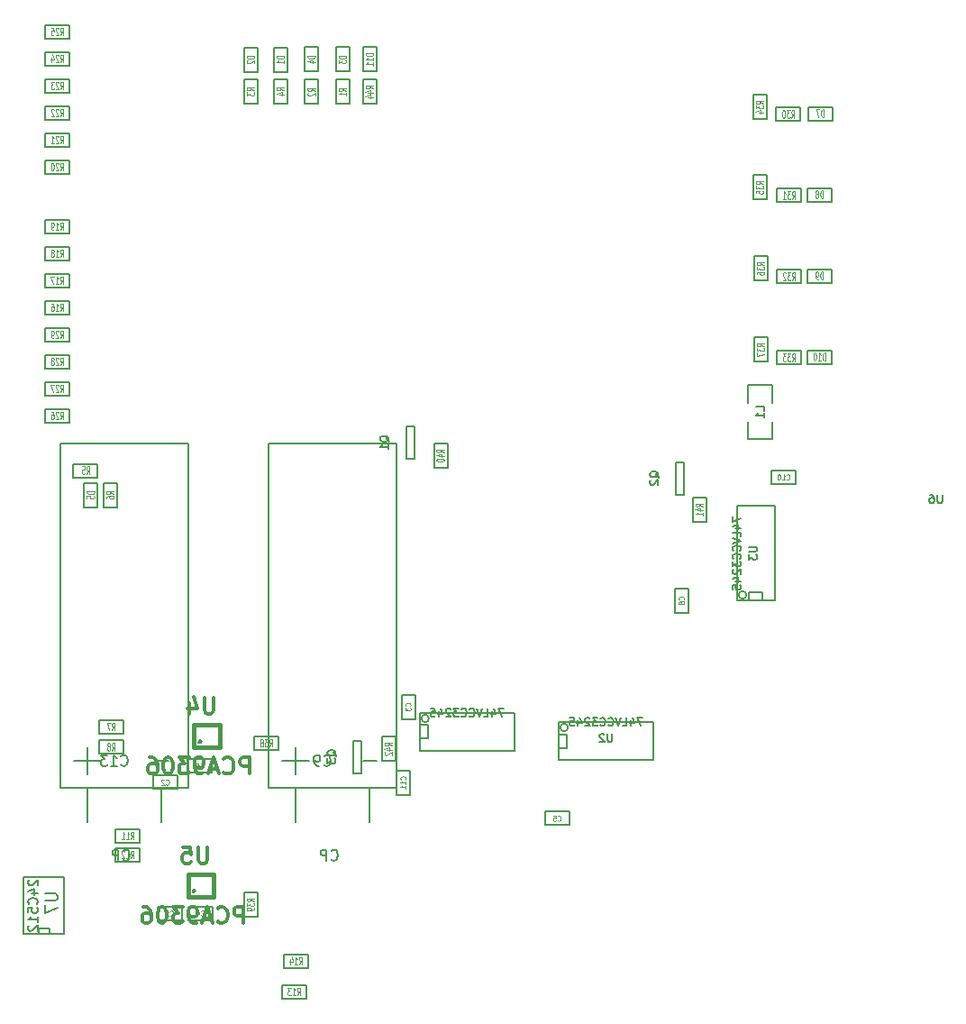
<source format=gbo>
G04 #@! TF.FileFunction,Legend,Bot*
%FSLAX46Y46*%
G04 Gerber Fmt 4.6, Leading zero omitted, Abs format (unit mm)*
G04 Created by KiCad (PCBNEW 4.0.0-rc1-stable) date 06/10/2015 21:31:56*
%MOMM*%
G01*
G04 APERTURE LIST*
%ADD10C,0.150000*%
%ADD11C,0.127000*%
%ADD12C,0.152400*%
%ADD13C,0.381000*%
%ADD14C,0.114300*%
%ADD15C,0.190500*%
%ADD16C,0.304800*%
G04 APERTURE END LIST*
D10*
D11*
X77343000Y-130175000D02*
X77343000Y-127889000D01*
X77343000Y-127889000D02*
X76073000Y-127889000D01*
X76073000Y-127889000D02*
X76073000Y-130175000D01*
X76073000Y-130175000D02*
X77343000Y-130175000D01*
X111285020Y-100995480D02*
X113571020Y-100995480D01*
X113571020Y-100995480D02*
X113571020Y-99725480D01*
X113571020Y-99725480D02*
X111285020Y-99725480D01*
X111285020Y-99725480D02*
X111285020Y-100995480D01*
X103474520Y-113060480D02*
X103474520Y-110774480D01*
X103474520Y-110774480D02*
X102204520Y-110774480D01*
X102204520Y-110774480D02*
X102204520Y-113060480D01*
X102204520Y-113060480D02*
X103474520Y-113060480D01*
X65819020Y-62260480D02*
X65819020Y-59974480D01*
X65819020Y-59974480D02*
X64549020Y-59974480D01*
X64549020Y-59974480D02*
X64549020Y-62260480D01*
X64549020Y-62260480D02*
X65819020Y-62260480D01*
X63025020Y-62260480D02*
X63025020Y-59974480D01*
X63025020Y-59974480D02*
X61755020Y-59974480D01*
X61755020Y-59974480D02*
X61755020Y-62260480D01*
X61755020Y-62260480D02*
X63025020Y-62260480D01*
X71628000Y-62230000D02*
X71628000Y-59944000D01*
X71628000Y-59944000D02*
X70358000Y-59944000D01*
X70358000Y-59944000D02*
X70358000Y-62230000D01*
X70358000Y-62230000D02*
X71628000Y-62230000D01*
X68707000Y-62230000D02*
X68707000Y-59944000D01*
X68707000Y-59944000D02*
X67437000Y-59944000D01*
X67437000Y-59944000D02*
X67437000Y-62230000D01*
X67437000Y-62230000D02*
X68707000Y-62230000D01*
X46705520Y-100868480D02*
X46705520Y-103154480D01*
X46705520Y-103154480D02*
X47975520Y-103154480D01*
X47975520Y-103154480D02*
X47975520Y-100868480D01*
X47975520Y-100868480D02*
X46705520Y-100868480D01*
X53594000Y-141986000D02*
X55880000Y-141986000D01*
X55880000Y-141986000D02*
X55880000Y-140716000D01*
X55880000Y-140716000D02*
X53594000Y-140716000D01*
X53594000Y-140716000D02*
X53594000Y-141986000D01*
X53182520Y-129633980D02*
X55468520Y-129633980D01*
X55468520Y-129633980D02*
X55468520Y-128363980D01*
X55468520Y-128363980D02*
X53182520Y-128363980D01*
X53182520Y-128363980D02*
X53182520Y-129633980D01*
X58770520Y-140682980D02*
X56484520Y-140682980D01*
X56484520Y-140682980D02*
X56484520Y-141952980D01*
X56484520Y-141952980D02*
X58770520Y-141952980D01*
X58770520Y-141952980D02*
X58770520Y-140682980D01*
X89979500Y-133032500D02*
X92265500Y-133032500D01*
X92265500Y-133032500D02*
X92265500Y-131762500D01*
X92265500Y-131762500D02*
X89979500Y-131762500D01*
X89979500Y-131762500D02*
X89979500Y-133032500D01*
X76517500Y-120777000D02*
X76517500Y-123063000D01*
X76517500Y-123063000D02*
X77787500Y-123063000D01*
X77787500Y-123063000D02*
X77787500Y-120777000D01*
X77787500Y-120777000D02*
X76517500Y-120777000D01*
X58707020Y-126839980D02*
X56421020Y-126839980D01*
X56421020Y-126839980D02*
X56421020Y-128109980D01*
X56421020Y-128109980D02*
X58707020Y-128109980D01*
X58707020Y-128109980D02*
X58707020Y-126839980D01*
X48102520Y-124426980D02*
X50388520Y-124426980D01*
X50388520Y-124426980D02*
X50388520Y-123156980D01*
X50388520Y-123156980D02*
X48102520Y-123156980D01*
X48102520Y-123156980D02*
X48102520Y-124426980D01*
X48102520Y-126331980D02*
X50388520Y-126331980D01*
X50388520Y-126331980D02*
X50388520Y-125061980D01*
X50388520Y-125061980D02*
X48102520Y-125061980D01*
X48102520Y-125061980D02*
X48102520Y-126331980D01*
X68707000Y-65278000D02*
X68707000Y-62992000D01*
X68707000Y-62992000D02*
X67437000Y-62992000D01*
X67437000Y-62992000D02*
X67437000Y-65278000D01*
X67437000Y-65278000D02*
X68707000Y-65278000D01*
X71628000Y-65278000D02*
X71628000Y-62992000D01*
X71628000Y-62992000D02*
X70358000Y-62992000D01*
X70358000Y-62992000D02*
X70358000Y-65278000D01*
X70358000Y-65278000D02*
X71628000Y-65278000D01*
X49657000Y-136461500D02*
X51943000Y-136461500D01*
X51943000Y-136461500D02*
X51943000Y-135191500D01*
X51943000Y-135191500D02*
X49657000Y-135191500D01*
X49657000Y-135191500D02*
X49657000Y-136461500D01*
X49657000Y-134683500D02*
X51943000Y-134683500D01*
X51943000Y-134683500D02*
X51943000Y-133413500D01*
X51943000Y-133413500D02*
X49657000Y-133413500D01*
X49657000Y-133413500D02*
X49657000Y-134683500D01*
X67754500Y-145161000D02*
X65468500Y-145161000D01*
X65468500Y-145161000D02*
X65468500Y-146431000D01*
X65468500Y-146431000D02*
X67754500Y-146431000D01*
X67754500Y-146431000D02*
X67754500Y-145161000D01*
X67564000Y-148082000D02*
X65278000Y-148082000D01*
X65278000Y-148082000D02*
X65278000Y-149352000D01*
X65278000Y-149352000D02*
X67564000Y-149352000D01*
X67564000Y-149352000D02*
X67564000Y-148082000D01*
X49817020Y-103154480D02*
X49817020Y-100868480D01*
X49817020Y-100868480D02*
X48547020Y-100868480D01*
X48547020Y-100868480D02*
X48547020Y-103154480D01*
X48547020Y-103154480D02*
X49817020Y-103154480D01*
X63025020Y-65244980D02*
X63025020Y-62958980D01*
X63025020Y-62958980D02*
X61755020Y-62958980D01*
X61755020Y-62958980D02*
X61755020Y-65244980D01*
X61755020Y-65244980D02*
X63025020Y-65244980D01*
X43022520Y-85056980D02*
X45308520Y-85056980D01*
X45308520Y-85056980D02*
X45308520Y-83786980D01*
X45308520Y-83786980D02*
X43022520Y-83786980D01*
X43022520Y-83786980D02*
X43022520Y-85056980D01*
X43022520Y-82516980D02*
X45308520Y-82516980D01*
X45308520Y-82516980D02*
X45308520Y-81246980D01*
X45308520Y-81246980D02*
X43022520Y-81246980D01*
X43022520Y-81246980D02*
X43022520Y-82516980D01*
X43022520Y-79976980D02*
X45308520Y-79976980D01*
X45308520Y-79976980D02*
X45308520Y-78706980D01*
X45308520Y-78706980D02*
X43022520Y-78706980D01*
X43022520Y-78706980D02*
X43022520Y-79976980D01*
X43022520Y-77436980D02*
X45308520Y-77436980D01*
X45308520Y-77436980D02*
X45308520Y-76166980D01*
X45308520Y-76166980D02*
X43022520Y-76166980D01*
X43022520Y-76166980D02*
X43022520Y-77436980D01*
X43022520Y-71848980D02*
X45308520Y-71848980D01*
X45308520Y-71848980D02*
X45308520Y-70578980D01*
X45308520Y-70578980D02*
X43022520Y-70578980D01*
X43022520Y-70578980D02*
X43022520Y-71848980D01*
X45689520Y-100360480D02*
X47975520Y-100360480D01*
X47975520Y-100360480D02*
X47975520Y-99090480D01*
X47975520Y-99090480D02*
X45689520Y-99090480D01*
X45689520Y-99090480D02*
X45689520Y-100360480D01*
X43022520Y-66768980D02*
X45308520Y-66768980D01*
X45308520Y-66768980D02*
X45308520Y-65498980D01*
X45308520Y-65498980D02*
X43022520Y-65498980D01*
X43022520Y-65498980D02*
X43022520Y-66768980D01*
X43022520Y-64228980D02*
X45308520Y-64228980D01*
X45308520Y-64228980D02*
X45308520Y-62958980D01*
X45308520Y-62958980D02*
X43022520Y-62958980D01*
X43022520Y-62958980D02*
X43022520Y-64228980D01*
X43022520Y-61688980D02*
X45308520Y-61688980D01*
X45308520Y-61688980D02*
X45308520Y-60418980D01*
X45308520Y-60418980D02*
X43022520Y-60418980D01*
X43022520Y-60418980D02*
X43022520Y-61688980D01*
X43022520Y-59148980D02*
X45308520Y-59148980D01*
X45308520Y-59148980D02*
X45308520Y-57878980D01*
X45308520Y-57878980D02*
X43022520Y-57878980D01*
X43022520Y-57878980D02*
X43022520Y-59148980D01*
X43022520Y-95216980D02*
X45308520Y-95216980D01*
X45308520Y-95216980D02*
X45308520Y-93946980D01*
X45308520Y-93946980D02*
X43022520Y-93946980D01*
X43022520Y-93946980D02*
X43022520Y-95216980D01*
X43022520Y-92676980D02*
X45308520Y-92676980D01*
X45308520Y-92676980D02*
X45308520Y-91406980D01*
X45308520Y-91406980D02*
X43022520Y-91406980D01*
X43022520Y-91406980D02*
X43022520Y-92676980D01*
X43022520Y-90136980D02*
X45308520Y-90136980D01*
X45308520Y-90136980D02*
X45308520Y-88866980D01*
X45308520Y-88866980D02*
X43022520Y-88866980D01*
X43022520Y-88866980D02*
X43022520Y-90136980D01*
X43022520Y-87596980D02*
X45308520Y-87596980D01*
X45308520Y-87596980D02*
X45308520Y-86326980D01*
X45308520Y-86326980D02*
X43022520Y-86326980D01*
X43022520Y-86326980D02*
X43022520Y-87596980D01*
X65819020Y-65244980D02*
X65819020Y-62958980D01*
X65819020Y-62958980D02*
X64549020Y-62958980D01*
X64549020Y-62958980D02*
X64549020Y-65244980D01*
X64549020Y-65244980D02*
X65819020Y-65244980D01*
X43022520Y-69308980D02*
X45308520Y-69308980D01*
X45308520Y-69308980D02*
X45308520Y-68038980D01*
X45308520Y-68038980D02*
X43022520Y-68038980D01*
X43022520Y-68038980D02*
X43022520Y-69308980D01*
X111379000Y-96774000D02*
X109093000Y-96774000D01*
X109093000Y-96774000D02*
X109093000Y-95123000D01*
X111379000Y-93345000D02*
X111379000Y-91694000D01*
X111379000Y-91694000D02*
X109093000Y-91694000D01*
X109093000Y-91694000D02*
X109093000Y-93345000D01*
X111379000Y-95123000D02*
X111379000Y-96774000D01*
D12*
X78232000Y-126047500D02*
X87122000Y-126047500D01*
X87122000Y-126047500D02*
X87122000Y-122491500D01*
X87122000Y-122491500D02*
X78232000Y-122491500D01*
X78232000Y-122491500D02*
X78232000Y-126047500D01*
D11*
X79099210Y-122999500D02*
G75*
G03X79099210Y-122999500I-359210J0D01*
G01*
X78232000Y-124904500D02*
X78994000Y-124904500D01*
X78994000Y-124904500D02*
X78994000Y-123634500D01*
X78994000Y-123634500D02*
X78232000Y-123634500D01*
D12*
X111602520Y-111917480D02*
X111602520Y-103027480D01*
X111602520Y-103027480D02*
X108046520Y-103027480D01*
X108046520Y-103027480D02*
X108046520Y-111917480D01*
X108046520Y-111917480D02*
X111602520Y-111917480D01*
D11*
X108913730Y-111409480D02*
G75*
G03X108913730Y-111409480I-359210J0D01*
G01*
X110459520Y-111917480D02*
X110459520Y-111155480D01*
X110459520Y-111155480D02*
X109189520Y-111155480D01*
X109189520Y-111155480D02*
X109189520Y-111917480D01*
D12*
X91282520Y-126903480D02*
X100172520Y-126903480D01*
X100172520Y-126903480D02*
X100172520Y-123347480D01*
X100172520Y-123347480D02*
X91282520Y-123347480D01*
X91282520Y-123347480D02*
X91282520Y-126903480D01*
D11*
X92149730Y-123855480D02*
G75*
G03X92149730Y-123855480I-359210J0D01*
G01*
X91282520Y-125760480D02*
X92044520Y-125760480D01*
X92044520Y-125760480D02*
X92044520Y-124490480D01*
X92044520Y-124490480D02*
X91282520Y-124490480D01*
X114015520Y-65625980D02*
X111729520Y-65625980D01*
X111729520Y-65625980D02*
X111729520Y-66895980D01*
X111729520Y-66895980D02*
X114015520Y-66895980D01*
X114015520Y-66895980D02*
X114015520Y-65625980D01*
X114079020Y-73245980D02*
X111793020Y-73245980D01*
X111793020Y-73245980D02*
X111793020Y-74515980D01*
X111793020Y-74515980D02*
X114079020Y-74515980D01*
X114079020Y-74515980D02*
X114079020Y-73245980D01*
X114079020Y-80865980D02*
X111793020Y-80865980D01*
X111793020Y-80865980D02*
X111793020Y-82135980D01*
X111793020Y-82135980D02*
X114079020Y-82135980D01*
X114079020Y-82135980D02*
X114079020Y-80865980D01*
X114079020Y-88485980D02*
X111793020Y-88485980D01*
X111793020Y-88485980D02*
X111793020Y-89755980D01*
X111793020Y-89755980D02*
X114079020Y-89755980D01*
X114079020Y-89755980D02*
X114079020Y-88485980D01*
X110840520Y-66705480D02*
X110840520Y-64419480D01*
X110840520Y-64419480D02*
X109570520Y-64419480D01*
X109570520Y-64419480D02*
X109570520Y-66705480D01*
X109570520Y-66705480D02*
X110840520Y-66705480D01*
X110840520Y-74261980D02*
X110840520Y-71975980D01*
X110840520Y-71975980D02*
X109570520Y-71975980D01*
X109570520Y-71975980D02*
X109570520Y-74261980D01*
X109570520Y-74261980D02*
X110840520Y-74261980D01*
X110904020Y-81881980D02*
X110904020Y-79595980D01*
X110904020Y-79595980D02*
X109634020Y-79595980D01*
X109634020Y-79595980D02*
X109634020Y-81881980D01*
X109634020Y-81881980D02*
X110904020Y-81881980D01*
X110904020Y-89501980D02*
X110904020Y-87215980D01*
X110904020Y-87215980D02*
X109634020Y-87215980D01*
X109634020Y-87215980D02*
X109634020Y-89501980D01*
X109634020Y-89501980D02*
X110904020Y-89501980D01*
X117000020Y-65562480D02*
X114714020Y-65562480D01*
X114714020Y-65562480D02*
X114714020Y-66832480D01*
X114714020Y-66832480D02*
X117000020Y-66832480D01*
X117000020Y-66832480D02*
X117000020Y-65562480D01*
X116936520Y-73182480D02*
X114650520Y-73182480D01*
X114650520Y-73182480D02*
X114650520Y-74452480D01*
X114650520Y-74452480D02*
X116936520Y-74452480D01*
X116936520Y-74452480D02*
X116936520Y-73182480D01*
X116936520Y-80802480D02*
X114650520Y-80802480D01*
X114650520Y-80802480D02*
X114650520Y-82072480D01*
X114650520Y-82072480D02*
X116936520Y-82072480D01*
X116936520Y-82072480D02*
X116936520Y-80802480D01*
X116936520Y-88422480D02*
X114650520Y-88422480D01*
X114650520Y-88422480D02*
X114650520Y-89692480D01*
X114650520Y-89692480D02*
X116936520Y-89692480D01*
X116936520Y-89692480D02*
X116936520Y-88422480D01*
X79565500Y-97155000D02*
X79565500Y-99441000D01*
X79565500Y-99441000D02*
X80835500Y-99441000D01*
X80835500Y-99441000D02*
X80835500Y-97155000D01*
X80835500Y-97155000D02*
X79565500Y-97155000D01*
X105156000Y-104521000D02*
X105156000Y-102235000D01*
X105156000Y-102235000D02*
X103886000Y-102235000D01*
X103886000Y-102235000D02*
X103886000Y-104521000D01*
X103886000Y-104521000D02*
X105156000Y-104521000D01*
X74676000Y-124714000D02*
X74676000Y-127000000D01*
X74676000Y-127000000D02*
X75946000Y-127000000D01*
X75946000Y-127000000D02*
X75946000Y-124714000D01*
X75946000Y-124714000D02*
X74676000Y-124714000D01*
X64960500Y-124714000D02*
X62674500Y-124714000D01*
X62674500Y-124714000D02*
X62674500Y-125984000D01*
X62674500Y-125984000D02*
X64960500Y-125984000D01*
X64960500Y-125984000D02*
X64960500Y-124714000D01*
X41148000Y-143256000D02*
X41021000Y-143256000D01*
X41021000Y-143256000D02*
X41021000Y-137922000D01*
X44831000Y-137922000D02*
X44831000Y-143256000D01*
X44831000Y-143256000D02*
X41148000Y-143256000D01*
X43434000Y-143256000D02*
X43434000Y-142748000D01*
X43434000Y-142748000D02*
X42418000Y-142748000D01*
X42418000Y-142748000D02*
X42418000Y-143256000D01*
X44831000Y-137922000D02*
X41021000Y-137922000D01*
X74168000Y-65278000D02*
X74168000Y-62992000D01*
X74168000Y-62992000D02*
X72898000Y-62992000D01*
X72898000Y-62992000D02*
X72898000Y-65278000D01*
X72898000Y-65278000D02*
X74168000Y-65278000D01*
X74168000Y-62230000D02*
X74168000Y-59944000D01*
X74168000Y-59944000D02*
X72898000Y-59944000D01*
X72898000Y-59944000D02*
X72898000Y-62230000D01*
X72898000Y-62230000D02*
X74168000Y-62230000D01*
D10*
X72898000Y-127000000D02*
X74168000Y-127000000D01*
X65278000Y-127000000D02*
X67818000Y-127000000D01*
X66548000Y-128270000D02*
X66548000Y-125730000D01*
X66548000Y-132715000D02*
X66548000Y-129540000D01*
X73533000Y-132715000D02*
X73533000Y-129540000D01*
X76073000Y-129540000D02*
X76073000Y-97155000D01*
X76073000Y-97155000D02*
X64008000Y-97155000D01*
X64008000Y-129540000D02*
X64008000Y-97155000D01*
X64008000Y-129540000D02*
X76073000Y-129540000D01*
X53340000Y-127000000D02*
X54610000Y-127000000D01*
X45720000Y-127000000D02*
X48260000Y-127000000D01*
X46990000Y-128270000D02*
X46990000Y-125730000D01*
X46990000Y-132715000D02*
X46990000Y-129540000D01*
X53975000Y-132715000D02*
X53975000Y-129540000D01*
X56515000Y-129540000D02*
X56515000Y-97155000D01*
X56515000Y-97155000D02*
X44450000Y-97155000D01*
X44450000Y-129540000D02*
X44450000Y-97155000D01*
X44450000Y-129540000D02*
X56515000Y-129540000D01*
D11*
X72009000Y-125095000D02*
X72009000Y-128143000D01*
X72009000Y-128143000D02*
X72771000Y-128143000D01*
X72771000Y-128143000D02*
X72771000Y-125095000D01*
X72771000Y-125095000D02*
X72009000Y-125095000D01*
X76962000Y-95567500D02*
X76962000Y-98615500D01*
X76962000Y-98615500D02*
X77724000Y-98615500D01*
X77724000Y-98615500D02*
X77724000Y-95567500D01*
X77724000Y-95567500D02*
X76962000Y-95567500D01*
X102298500Y-98933000D02*
X102298500Y-101981000D01*
X102298500Y-101981000D02*
X103060500Y-101981000D01*
X103060500Y-101981000D02*
X103060500Y-98933000D01*
X103060500Y-98933000D02*
X102298500Y-98933000D01*
X62992000Y-141605000D02*
X62992000Y-139319000D01*
X62992000Y-139319000D02*
X61722000Y-139319000D01*
X61722000Y-139319000D02*
X61722000Y-141605000D01*
X61722000Y-141605000D02*
X62992000Y-141605000D01*
D13*
X57602120Y-125176280D02*
G75*
G03X57602120Y-125176280I-50800J0D01*
G01*
X57030620Y-123601480D02*
X59443620Y-123601480D01*
X59443620Y-123601480D02*
X59443620Y-125696980D01*
X59443620Y-125696980D02*
X57030620Y-125696980D01*
X57030620Y-125696980D02*
X57030620Y-123601480D01*
X57030620Y-139209780D02*
G75*
G03X57030620Y-139209780I-50800J0D01*
G01*
X56459120Y-137634980D02*
X58872120Y-137634980D01*
X58872120Y-137634980D02*
X58872120Y-139730480D01*
X58872120Y-139730480D02*
X56459120Y-139730480D01*
X56459120Y-139730480D02*
X56459120Y-137634980D01*
D14*
X76889429Y-128738085D02*
X76913619Y-128716314D01*
X76937810Y-128651000D01*
X76937810Y-128607457D01*
X76913619Y-128542142D01*
X76865238Y-128498600D01*
X76816857Y-128476828D01*
X76720095Y-128455057D01*
X76647524Y-128455057D01*
X76550762Y-128476828D01*
X76502381Y-128498600D01*
X76454000Y-128542142D01*
X76429810Y-128607457D01*
X76429810Y-128651000D01*
X76454000Y-128716314D01*
X76478190Y-128738085D01*
X76937810Y-129173514D02*
X76937810Y-128912257D01*
X76937810Y-129042885D02*
X76429810Y-129042885D01*
X76502381Y-128999342D01*
X76550762Y-128955800D01*
X76574952Y-128912257D01*
X76937810Y-129608943D02*
X76937810Y-129347686D01*
X76937810Y-129478314D02*
X76429810Y-129478314D01*
X76502381Y-129434771D01*
X76550762Y-129391229D01*
X76574952Y-129347686D01*
X112721935Y-100541909D02*
X112743706Y-100566099D01*
X112809020Y-100590290D01*
X112852563Y-100590290D01*
X112917878Y-100566099D01*
X112961420Y-100517718D01*
X112983192Y-100469337D01*
X113004963Y-100372575D01*
X113004963Y-100300004D01*
X112983192Y-100203242D01*
X112961420Y-100154861D01*
X112917878Y-100106480D01*
X112852563Y-100082290D01*
X112809020Y-100082290D01*
X112743706Y-100106480D01*
X112721935Y-100130670D01*
X112286506Y-100590290D02*
X112547763Y-100590290D01*
X112417135Y-100590290D02*
X112417135Y-100082290D01*
X112460678Y-100154861D01*
X112504220Y-100203242D01*
X112547763Y-100227432D01*
X112003477Y-100082290D02*
X111959934Y-100082290D01*
X111916391Y-100106480D01*
X111894620Y-100130670D01*
X111872849Y-100179051D01*
X111851077Y-100275813D01*
X111851077Y-100396766D01*
X111872849Y-100493528D01*
X111894620Y-100541909D01*
X111916391Y-100566099D01*
X111959934Y-100590290D01*
X112003477Y-100590290D01*
X112047020Y-100566099D01*
X112068791Y-100541909D01*
X112090563Y-100493528D01*
X112112334Y-100396766D01*
X112112334Y-100275813D01*
X112090563Y-100179051D01*
X112068791Y-100130670D01*
X112047020Y-100106480D01*
X112003477Y-100082290D01*
X103020949Y-111841280D02*
X103045139Y-111819509D01*
X103069330Y-111754195D01*
X103069330Y-111710652D01*
X103045139Y-111645337D01*
X102996758Y-111601795D01*
X102948377Y-111580023D01*
X102851615Y-111558252D01*
X102779044Y-111558252D01*
X102682282Y-111580023D01*
X102633901Y-111601795D01*
X102585520Y-111645337D01*
X102561330Y-111710652D01*
X102561330Y-111754195D01*
X102585520Y-111819509D01*
X102609710Y-111841280D01*
X102779044Y-112102537D02*
X102754853Y-112058995D01*
X102730663Y-112037223D01*
X102682282Y-112015452D01*
X102658091Y-112015452D01*
X102609710Y-112037223D01*
X102585520Y-112058995D01*
X102561330Y-112102537D01*
X102561330Y-112189623D01*
X102585520Y-112233166D01*
X102609710Y-112254937D01*
X102658091Y-112276709D01*
X102682282Y-112276709D01*
X102730663Y-112254937D01*
X102754853Y-112233166D01*
X102779044Y-112189623D01*
X102779044Y-112102537D01*
X102803234Y-112058995D01*
X102827425Y-112037223D01*
X102875806Y-112015452D01*
X102972568Y-112015452D01*
X103020949Y-112037223D01*
X103045139Y-112058995D01*
X103069330Y-112102537D01*
X103069330Y-112189623D01*
X103045139Y-112233166D01*
X103020949Y-112254937D01*
X102972568Y-112276709D01*
X102875806Y-112276709D01*
X102827425Y-112254937D01*
X102803234Y-112233166D01*
X102779044Y-112189623D01*
X65505753Y-60780023D02*
X64794553Y-60780023D01*
X64794553Y-60888880D01*
X64828420Y-60954195D01*
X64896153Y-60997737D01*
X64963887Y-61019509D01*
X65099353Y-61041280D01*
X65200953Y-61041280D01*
X65336420Y-61019509D01*
X65404153Y-60997737D01*
X65471887Y-60954195D01*
X65505753Y-60888880D01*
X65505753Y-60780023D01*
X65505753Y-61476709D02*
X65505753Y-61215452D01*
X65505753Y-61346080D02*
X64794553Y-61346080D01*
X64896153Y-61302537D01*
X64963887Y-61258995D01*
X64997753Y-61215452D01*
X62711753Y-60780023D02*
X62000553Y-60780023D01*
X62000553Y-60888880D01*
X62034420Y-60954195D01*
X62102153Y-60997737D01*
X62169887Y-61019509D01*
X62305353Y-61041280D01*
X62406953Y-61041280D01*
X62542420Y-61019509D01*
X62610153Y-60997737D01*
X62677887Y-60954195D01*
X62711753Y-60888880D01*
X62711753Y-60780023D01*
X62068287Y-61215452D02*
X62034420Y-61237223D01*
X62000553Y-61280766D01*
X62000553Y-61389623D01*
X62034420Y-61433166D01*
X62068287Y-61454937D01*
X62136020Y-61476709D01*
X62203753Y-61476709D01*
X62305353Y-61454937D01*
X62711753Y-61193680D01*
X62711753Y-61476709D01*
X71314733Y-60749543D02*
X70603533Y-60749543D01*
X70603533Y-60858400D01*
X70637400Y-60923715D01*
X70705133Y-60967257D01*
X70772867Y-60989029D01*
X70908333Y-61010800D01*
X71009933Y-61010800D01*
X71145400Y-60989029D01*
X71213133Y-60967257D01*
X71280867Y-60923715D01*
X71314733Y-60858400D01*
X71314733Y-60749543D01*
X70603533Y-61163200D02*
X70603533Y-61446229D01*
X70874467Y-61293829D01*
X70874467Y-61359143D01*
X70908333Y-61402686D01*
X70942200Y-61424457D01*
X71009933Y-61446229D01*
X71179267Y-61446229D01*
X71247000Y-61424457D01*
X71280867Y-61402686D01*
X71314733Y-61359143D01*
X71314733Y-61228515D01*
X71280867Y-61184972D01*
X71247000Y-61163200D01*
X68393733Y-60749543D02*
X67682533Y-60749543D01*
X67682533Y-60858400D01*
X67716400Y-60923715D01*
X67784133Y-60967257D01*
X67851867Y-60989029D01*
X67987333Y-61010800D01*
X68088933Y-61010800D01*
X68224400Y-60989029D01*
X68292133Y-60967257D01*
X68359867Y-60923715D01*
X68393733Y-60858400D01*
X68393733Y-60749543D01*
X67919600Y-61402686D02*
X68393733Y-61402686D01*
X67648667Y-61293829D02*
X68156667Y-61184972D01*
X68156667Y-61468000D01*
X47662253Y-101674023D02*
X46951053Y-101674023D01*
X46951053Y-101782880D01*
X46984920Y-101848195D01*
X47052653Y-101891737D01*
X47120387Y-101913509D01*
X47255853Y-101935280D01*
X47357453Y-101935280D01*
X47492920Y-101913509D01*
X47560653Y-101891737D01*
X47628387Y-101848195D01*
X47662253Y-101782880D01*
X47662253Y-101674023D01*
X46951053Y-102348937D02*
X46951053Y-102131223D01*
X47289720Y-102109452D01*
X47255853Y-102131223D01*
X47221987Y-102174766D01*
X47221987Y-102283623D01*
X47255853Y-102327166D01*
X47289720Y-102348937D01*
X47357453Y-102370709D01*
X47526787Y-102370709D01*
X47594520Y-102348937D01*
X47628387Y-102327166D01*
X47662253Y-102283623D01*
X47662253Y-102174766D01*
X47628387Y-102131223D01*
X47594520Y-102109452D01*
X54813200Y-141532429D02*
X54834971Y-141556619D01*
X54900285Y-141580810D01*
X54943828Y-141580810D01*
X55009143Y-141556619D01*
X55052685Y-141508238D01*
X55074457Y-141459857D01*
X55096228Y-141363095D01*
X55096228Y-141290524D01*
X55074457Y-141193762D01*
X55052685Y-141145381D01*
X55009143Y-141097000D01*
X54943828Y-141072810D01*
X54900285Y-141072810D01*
X54834971Y-141097000D01*
X54813200Y-141121190D01*
X54377771Y-141580810D02*
X54639028Y-141580810D01*
X54508400Y-141580810D02*
X54508400Y-141072810D01*
X54551943Y-141145381D01*
X54595485Y-141193762D01*
X54639028Y-141217952D01*
X54401720Y-129180409D02*
X54423491Y-129204599D01*
X54488805Y-129228790D01*
X54532348Y-129228790D01*
X54597663Y-129204599D01*
X54641205Y-129156218D01*
X54662977Y-129107837D01*
X54684748Y-129011075D01*
X54684748Y-128938504D01*
X54662977Y-128841742D01*
X54641205Y-128793361D01*
X54597663Y-128744980D01*
X54532348Y-128720790D01*
X54488805Y-128720790D01*
X54423491Y-128744980D01*
X54401720Y-128769170D01*
X54227548Y-128769170D02*
X54205777Y-128744980D01*
X54162234Y-128720790D01*
X54053377Y-128720790D01*
X54009834Y-128744980D01*
X53988063Y-128769170D01*
X53966291Y-128817551D01*
X53966291Y-128865932D01*
X53988063Y-128938504D01*
X54249320Y-129228790D01*
X53966291Y-129228790D01*
X57703720Y-141499409D02*
X57725491Y-141523599D01*
X57790805Y-141547790D01*
X57834348Y-141547790D01*
X57899663Y-141523599D01*
X57943205Y-141475218D01*
X57964977Y-141426837D01*
X57986748Y-141330075D01*
X57986748Y-141257504D01*
X57964977Y-141160742D01*
X57943205Y-141112361D01*
X57899663Y-141063980D01*
X57834348Y-141039790D01*
X57790805Y-141039790D01*
X57725491Y-141063980D01*
X57703720Y-141088170D01*
X57311834Y-141209123D02*
X57311834Y-141547790D01*
X57420691Y-141015599D02*
X57529548Y-141378456D01*
X57246520Y-141378456D01*
X91198700Y-132578929D02*
X91220471Y-132603119D01*
X91285785Y-132627310D01*
X91329328Y-132627310D01*
X91394643Y-132603119D01*
X91438185Y-132554738D01*
X91459957Y-132506357D01*
X91481728Y-132409595D01*
X91481728Y-132337024D01*
X91459957Y-132240262D01*
X91438185Y-132191881D01*
X91394643Y-132143500D01*
X91329328Y-132119310D01*
X91285785Y-132119310D01*
X91220471Y-132143500D01*
X91198700Y-132167690D01*
X90785043Y-132119310D02*
X91002757Y-132119310D01*
X91024528Y-132361214D01*
X91002757Y-132337024D01*
X90959214Y-132312833D01*
X90850357Y-132312833D01*
X90806814Y-132337024D01*
X90785043Y-132361214D01*
X90763271Y-132409595D01*
X90763271Y-132530548D01*
X90785043Y-132578929D01*
X90806814Y-132603119D01*
X90850357Y-132627310D01*
X90959214Y-132627310D01*
X91002757Y-132603119D01*
X91024528Y-132578929D01*
X77333929Y-121843800D02*
X77358119Y-121822029D01*
X77382310Y-121756715D01*
X77382310Y-121713172D01*
X77358119Y-121647857D01*
X77309738Y-121604315D01*
X77261357Y-121582543D01*
X77164595Y-121560772D01*
X77092024Y-121560772D01*
X76995262Y-121582543D01*
X76946881Y-121604315D01*
X76898500Y-121647857D01*
X76874310Y-121713172D01*
X76874310Y-121756715D01*
X76898500Y-121822029D01*
X76922690Y-121843800D01*
X76874310Y-121996200D02*
X76874310Y-122279229D01*
X77067833Y-122126829D01*
X77067833Y-122192143D01*
X77092024Y-122235686D01*
X77116214Y-122257457D01*
X77164595Y-122279229D01*
X77285548Y-122279229D01*
X77333929Y-122257457D01*
X77358119Y-122235686D01*
X77382310Y-122192143D01*
X77382310Y-122061515D01*
X77358119Y-122017972D01*
X77333929Y-121996200D01*
X57640220Y-127656409D02*
X57661991Y-127680599D01*
X57727305Y-127704790D01*
X57770848Y-127704790D01*
X57836163Y-127680599D01*
X57879705Y-127632218D01*
X57901477Y-127583837D01*
X57923248Y-127487075D01*
X57923248Y-127414504D01*
X57901477Y-127317742D01*
X57879705Y-127269361D01*
X57836163Y-127220980D01*
X57770848Y-127196790D01*
X57727305Y-127196790D01*
X57661991Y-127220980D01*
X57640220Y-127245170D01*
X57248334Y-127196790D02*
X57335420Y-127196790D01*
X57378963Y-127220980D01*
X57400734Y-127245170D01*
X57444277Y-127317742D01*
X57466048Y-127414504D01*
X57466048Y-127608028D01*
X57444277Y-127656409D01*
X57422505Y-127680599D01*
X57378963Y-127704790D01*
X57291877Y-127704790D01*
X57248334Y-127680599D01*
X57226563Y-127656409D01*
X57204791Y-127608028D01*
X57204791Y-127487075D01*
X57226563Y-127438694D01*
X57248334Y-127414504D01*
X57291877Y-127390313D01*
X57378963Y-127390313D01*
X57422505Y-127414504D01*
X57444277Y-127438694D01*
X57466048Y-127487075D01*
X49321720Y-124113713D02*
X49474120Y-123775047D01*
X49582977Y-124113713D02*
X49582977Y-123402513D01*
X49408805Y-123402513D01*
X49365263Y-123436380D01*
X49343491Y-123470247D01*
X49321720Y-123537980D01*
X49321720Y-123639580D01*
X49343491Y-123707313D01*
X49365263Y-123741180D01*
X49408805Y-123775047D01*
X49582977Y-123775047D01*
X49169320Y-123402513D02*
X48864520Y-123402513D01*
X49060463Y-124113713D01*
X49321720Y-126018713D02*
X49474120Y-125680047D01*
X49582977Y-126018713D02*
X49582977Y-125307513D01*
X49408805Y-125307513D01*
X49365263Y-125341380D01*
X49343491Y-125375247D01*
X49321720Y-125442980D01*
X49321720Y-125544580D01*
X49343491Y-125612313D01*
X49365263Y-125646180D01*
X49408805Y-125680047D01*
X49582977Y-125680047D01*
X49060463Y-125612313D02*
X49104005Y-125578447D01*
X49125777Y-125544580D01*
X49147548Y-125476847D01*
X49147548Y-125442980D01*
X49125777Y-125375247D01*
X49104005Y-125341380D01*
X49060463Y-125307513D01*
X48973377Y-125307513D01*
X48929834Y-125341380D01*
X48908063Y-125375247D01*
X48886291Y-125442980D01*
X48886291Y-125476847D01*
X48908063Y-125544580D01*
X48929834Y-125578447D01*
X48973377Y-125612313D01*
X49060463Y-125612313D01*
X49104005Y-125646180D01*
X49125777Y-125680047D01*
X49147548Y-125747780D01*
X49147548Y-125883247D01*
X49125777Y-125950980D01*
X49104005Y-125984847D01*
X49060463Y-126018713D01*
X48973377Y-126018713D01*
X48929834Y-125984847D01*
X48908063Y-125950980D01*
X48886291Y-125883247D01*
X48886291Y-125747780D01*
X48908063Y-125680047D01*
X48929834Y-125646180D01*
X48973377Y-125612313D01*
X68393733Y-64058800D02*
X68055067Y-63906400D01*
X68393733Y-63797543D02*
X67682533Y-63797543D01*
X67682533Y-63971715D01*
X67716400Y-64015257D01*
X67750267Y-64037029D01*
X67818000Y-64058800D01*
X67919600Y-64058800D01*
X67987333Y-64037029D01*
X68021200Y-64015257D01*
X68055067Y-63971715D01*
X68055067Y-63797543D01*
X67750267Y-64232972D02*
X67716400Y-64254743D01*
X67682533Y-64298286D01*
X67682533Y-64407143D01*
X67716400Y-64450686D01*
X67750267Y-64472457D01*
X67818000Y-64494229D01*
X67885733Y-64494229D01*
X67987333Y-64472457D01*
X68393733Y-64211200D01*
X68393733Y-64494229D01*
X71314733Y-64058800D02*
X70976067Y-63906400D01*
X71314733Y-63797543D02*
X70603533Y-63797543D01*
X70603533Y-63971715D01*
X70637400Y-64015257D01*
X70671267Y-64037029D01*
X70739000Y-64058800D01*
X70840600Y-64058800D01*
X70908333Y-64037029D01*
X70942200Y-64015257D01*
X70976067Y-63971715D01*
X70976067Y-63797543D01*
X71314733Y-64494229D02*
X71314733Y-64232972D01*
X71314733Y-64363600D02*
X70603533Y-64363600D01*
X70705133Y-64320057D01*
X70772867Y-64276515D01*
X70806733Y-64232972D01*
X51093915Y-136148233D02*
X51246315Y-135809567D01*
X51355172Y-136148233D02*
X51355172Y-135437033D01*
X51181000Y-135437033D01*
X51137458Y-135470900D01*
X51115686Y-135504767D01*
X51093915Y-135572500D01*
X51093915Y-135674100D01*
X51115686Y-135741833D01*
X51137458Y-135775700D01*
X51181000Y-135809567D01*
X51355172Y-135809567D01*
X50658486Y-136148233D02*
X50919743Y-136148233D01*
X50789115Y-136148233D02*
X50789115Y-135437033D01*
X50832658Y-135538633D01*
X50876200Y-135606367D01*
X50919743Y-135640233D01*
X50484314Y-135504767D02*
X50462543Y-135470900D01*
X50419000Y-135437033D01*
X50310143Y-135437033D01*
X50266600Y-135470900D01*
X50244829Y-135504767D01*
X50223057Y-135572500D01*
X50223057Y-135640233D01*
X50244829Y-135741833D01*
X50506086Y-136148233D01*
X50223057Y-136148233D01*
X51093915Y-134370233D02*
X51246315Y-134031567D01*
X51355172Y-134370233D02*
X51355172Y-133659033D01*
X51181000Y-133659033D01*
X51137458Y-133692900D01*
X51115686Y-133726767D01*
X51093915Y-133794500D01*
X51093915Y-133896100D01*
X51115686Y-133963833D01*
X51137458Y-133997700D01*
X51181000Y-134031567D01*
X51355172Y-134031567D01*
X50658486Y-134370233D02*
X50919743Y-134370233D01*
X50789115Y-134370233D02*
X50789115Y-133659033D01*
X50832658Y-133760633D01*
X50876200Y-133828367D01*
X50919743Y-133862233D01*
X50223057Y-134370233D02*
X50484314Y-134370233D01*
X50353686Y-134370233D02*
X50353686Y-133659033D01*
X50397229Y-133760633D01*
X50440771Y-133828367D01*
X50484314Y-133862233D01*
X66905415Y-146117733D02*
X67057815Y-145779067D01*
X67166672Y-146117733D02*
X67166672Y-145406533D01*
X66992500Y-145406533D01*
X66948958Y-145440400D01*
X66927186Y-145474267D01*
X66905415Y-145542000D01*
X66905415Y-145643600D01*
X66927186Y-145711333D01*
X66948958Y-145745200D01*
X66992500Y-145779067D01*
X67166672Y-145779067D01*
X66469986Y-146117733D02*
X66731243Y-146117733D01*
X66600615Y-146117733D02*
X66600615Y-145406533D01*
X66644158Y-145508133D01*
X66687700Y-145575867D01*
X66731243Y-145609733D01*
X66078100Y-145643600D02*
X66078100Y-146117733D01*
X66186957Y-145372667D02*
X66295814Y-145880667D01*
X66012786Y-145880667D01*
X66714915Y-149038733D02*
X66867315Y-148700067D01*
X66976172Y-149038733D02*
X66976172Y-148327533D01*
X66802000Y-148327533D01*
X66758458Y-148361400D01*
X66736686Y-148395267D01*
X66714915Y-148463000D01*
X66714915Y-148564600D01*
X66736686Y-148632333D01*
X66758458Y-148666200D01*
X66802000Y-148700067D01*
X66976172Y-148700067D01*
X66279486Y-149038733D02*
X66540743Y-149038733D01*
X66410115Y-149038733D02*
X66410115Y-148327533D01*
X66453658Y-148429133D01*
X66497200Y-148496867D01*
X66540743Y-148530733D01*
X66127086Y-148327533D02*
X65844057Y-148327533D01*
X65996457Y-148598467D01*
X65931143Y-148598467D01*
X65887600Y-148632333D01*
X65865829Y-148666200D01*
X65844057Y-148733933D01*
X65844057Y-148903267D01*
X65865829Y-148971000D01*
X65887600Y-149004867D01*
X65931143Y-149038733D01*
X66061771Y-149038733D01*
X66105314Y-149004867D01*
X66127086Y-148971000D01*
X49503753Y-101935280D02*
X49165087Y-101782880D01*
X49503753Y-101674023D02*
X48792553Y-101674023D01*
X48792553Y-101848195D01*
X48826420Y-101891737D01*
X48860287Y-101913509D01*
X48928020Y-101935280D01*
X49029620Y-101935280D01*
X49097353Y-101913509D01*
X49131220Y-101891737D01*
X49165087Y-101848195D01*
X49165087Y-101674023D01*
X48792553Y-102327166D02*
X48792553Y-102240080D01*
X48826420Y-102196537D01*
X48860287Y-102174766D01*
X48961887Y-102131223D01*
X49097353Y-102109452D01*
X49368287Y-102109452D01*
X49436020Y-102131223D01*
X49469887Y-102152995D01*
X49503753Y-102196537D01*
X49503753Y-102283623D01*
X49469887Y-102327166D01*
X49436020Y-102348937D01*
X49368287Y-102370709D01*
X49198953Y-102370709D01*
X49131220Y-102348937D01*
X49097353Y-102327166D01*
X49063487Y-102283623D01*
X49063487Y-102196537D01*
X49097353Y-102152995D01*
X49131220Y-102131223D01*
X49198953Y-102109452D01*
X62711753Y-64025780D02*
X62373087Y-63873380D01*
X62711753Y-63764523D02*
X62000553Y-63764523D01*
X62000553Y-63938695D01*
X62034420Y-63982237D01*
X62068287Y-64004009D01*
X62136020Y-64025780D01*
X62237620Y-64025780D01*
X62305353Y-64004009D01*
X62339220Y-63982237D01*
X62373087Y-63938695D01*
X62373087Y-63764523D01*
X62000553Y-64178180D02*
X62000553Y-64461209D01*
X62271487Y-64308809D01*
X62271487Y-64374123D01*
X62305353Y-64417666D01*
X62339220Y-64439437D01*
X62406953Y-64461209D01*
X62576287Y-64461209D01*
X62644020Y-64439437D01*
X62677887Y-64417666D01*
X62711753Y-64374123D01*
X62711753Y-64243495D01*
X62677887Y-64199952D01*
X62644020Y-64178180D01*
X44459435Y-84743713D02*
X44611835Y-84405047D01*
X44720692Y-84743713D02*
X44720692Y-84032513D01*
X44546520Y-84032513D01*
X44502978Y-84066380D01*
X44481206Y-84100247D01*
X44459435Y-84167980D01*
X44459435Y-84269580D01*
X44481206Y-84337313D01*
X44502978Y-84371180D01*
X44546520Y-84405047D01*
X44720692Y-84405047D01*
X44024006Y-84743713D02*
X44285263Y-84743713D01*
X44154635Y-84743713D02*
X44154635Y-84032513D01*
X44198178Y-84134113D01*
X44241720Y-84201847D01*
X44285263Y-84235713D01*
X43632120Y-84032513D02*
X43719206Y-84032513D01*
X43762749Y-84066380D01*
X43784520Y-84100247D01*
X43828063Y-84201847D01*
X43849834Y-84337313D01*
X43849834Y-84608247D01*
X43828063Y-84675980D01*
X43806291Y-84709847D01*
X43762749Y-84743713D01*
X43675663Y-84743713D01*
X43632120Y-84709847D01*
X43610349Y-84675980D01*
X43588577Y-84608247D01*
X43588577Y-84438913D01*
X43610349Y-84371180D01*
X43632120Y-84337313D01*
X43675663Y-84303447D01*
X43762749Y-84303447D01*
X43806291Y-84337313D01*
X43828063Y-84371180D01*
X43849834Y-84438913D01*
X44459435Y-82203713D02*
X44611835Y-81865047D01*
X44720692Y-82203713D02*
X44720692Y-81492513D01*
X44546520Y-81492513D01*
X44502978Y-81526380D01*
X44481206Y-81560247D01*
X44459435Y-81627980D01*
X44459435Y-81729580D01*
X44481206Y-81797313D01*
X44502978Y-81831180D01*
X44546520Y-81865047D01*
X44720692Y-81865047D01*
X44024006Y-82203713D02*
X44285263Y-82203713D01*
X44154635Y-82203713D02*
X44154635Y-81492513D01*
X44198178Y-81594113D01*
X44241720Y-81661847D01*
X44285263Y-81695713D01*
X43871606Y-81492513D02*
X43566806Y-81492513D01*
X43762749Y-82203713D01*
X44459435Y-79663713D02*
X44611835Y-79325047D01*
X44720692Y-79663713D02*
X44720692Y-78952513D01*
X44546520Y-78952513D01*
X44502978Y-78986380D01*
X44481206Y-79020247D01*
X44459435Y-79087980D01*
X44459435Y-79189580D01*
X44481206Y-79257313D01*
X44502978Y-79291180D01*
X44546520Y-79325047D01*
X44720692Y-79325047D01*
X44024006Y-79663713D02*
X44285263Y-79663713D01*
X44154635Y-79663713D02*
X44154635Y-78952513D01*
X44198178Y-79054113D01*
X44241720Y-79121847D01*
X44285263Y-79155713D01*
X43762749Y-79257313D02*
X43806291Y-79223447D01*
X43828063Y-79189580D01*
X43849834Y-79121847D01*
X43849834Y-79087980D01*
X43828063Y-79020247D01*
X43806291Y-78986380D01*
X43762749Y-78952513D01*
X43675663Y-78952513D01*
X43632120Y-78986380D01*
X43610349Y-79020247D01*
X43588577Y-79087980D01*
X43588577Y-79121847D01*
X43610349Y-79189580D01*
X43632120Y-79223447D01*
X43675663Y-79257313D01*
X43762749Y-79257313D01*
X43806291Y-79291180D01*
X43828063Y-79325047D01*
X43849834Y-79392780D01*
X43849834Y-79528247D01*
X43828063Y-79595980D01*
X43806291Y-79629847D01*
X43762749Y-79663713D01*
X43675663Y-79663713D01*
X43632120Y-79629847D01*
X43610349Y-79595980D01*
X43588577Y-79528247D01*
X43588577Y-79392780D01*
X43610349Y-79325047D01*
X43632120Y-79291180D01*
X43675663Y-79257313D01*
X44459435Y-77123713D02*
X44611835Y-76785047D01*
X44720692Y-77123713D02*
X44720692Y-76412513D01*
X44546520Y-76412513D01*
X44502978Y-76446380D01*
X44481206Y-76480247D01*
X44459435Y-76547980D01*
X44459435Y-76649580D01*
X44481206Y-76717313D01*
X44502978Y-76751180D01*
X44546520Y-76785047D01*
X44720692Y-76785047D01*
X44024006Y-77123713D02*
X44285263Y-77123713D01*
X44154635Y-77123713D02*
X44154635Y-76412513D01*
X44198178Y-76514113D01*
X44241720Y-76581847D01*
X44285263Y-76615713D01*
X43806291Y-77123713D02*
X43719206Y-77123713D01*
X43675663Y-77089847D01*
X43653891Y-77055980D01*
X43610349Y-76954380D01*
X43588577Y-76818913D01*
X43588577Y-76547980D01*
X43610349Y-76480247D01*
X43632120Y-76446380D01*
X43675663Y-76412513D01*
X43762749Y-76412513D01*
X43806291Y-76446380D01*
X43828063Y-76480247D01*
X43849834Y-76547980D01*
X43849834Y-76717313D01*
X43828063Y-76785047D01*
X43806291Y-76818913D01*
X43762749Y-76852780D01*
X43675663Y-76852780D01*
X43632120Y-76818913D01*
X43610349Y-76785047D01*
X43588577Y-76717313D01*
X44459435Y-71535713D02*
X44611835Y-71197047D01*
X44720692Y-71535713D02*
X44720692Y-70824513D01*
X44546520Y-70824513D01*
X44502978Y-70858380D01*
X44481206Y-70892247D01*
X44459435Y-70959980D01*
X44459435Y-71061580D01*
X44481206Y-71129313D01*
X44502978Y-71163180D01*
X44546520Y-71197047D01*
X44720692Y-71197047D01*
X44285263Y-70892247D02*
X44263492Y-70858380D01*
X44219949Y-70824513D01*
X44111092Y-70824513D01*
X44067549Y-70858380D01*
X44045778Y-70892247D01*
X44024006Y-70959980D01*
X44024006Y-71027713D01*
X44045778Y-71129313D01*
X44307035Y-71535713D01*
X44024006Y-71535713D01*
X43740977Y-70824513D02*
X43697434Y-70824513D01*
X43653891Y-70858380D01*
X43632120Y-70892247D01*
X43610349Y-70959980D01*
X43588577Y-71095447D01*
X43588577Y-71264780D01*
X43610349Y-71400247D01*
X43632120Y-71467980D01*
X43653891Y-71501847D01*
X43697434Y-71535713D01*
X43740977Y-71535713D01*
X43784520Y-71501847D01*
X43806291Y-71467980D01*
X43828063Y-71400247D01*
X43849834Y-71264780D01*
X43849834Y-71095447D01*
X43828063Y-70959980D01*
X43806291Y-70892247D01*
X43784520Y-70858380D01*
X43740977Y-70824513D01*
X46908720Y-100047213D02*
X47061120Y-99708547D01*
X47169977Y-100047213D02*
X47169977Y-99336013D01*
X46995805Y-99336013D01*
X46952263Y-99369880D01*
X46930491Y-99403747D01*
X46908720Y-99471480D01*
X46908720Y-99573080D01*
X46930491Y-99640813D01*
X46952263Y-99674680D01*
X46995805Y-99708547D01*
X47169977Y-99708547D01*
X46495063Y-99336013D02*
X46712777Y-99336013D01*
X46734548Y-99674680D01*
X46712777Y-99640813D01*
X46669234Y-99606947D01*
X46560377Y-99606947D01*
X46516834Y-99640813D01*
X46495063Y-99674680D01*
X46473291Y-99742413D01*
X46473291Y-99911747D01*
X46495063Y-99979480D01*
X46516834Y-100013347D01*
X46560377Y-100047213D01*
X46669234Y-100047213D01*
X46712777Y-100013347D01*
X46734548Y-99979480D01*
X44459435Y-66455713D02*
X44611835Y-66117047D01*
X44720692Y-66455713D02*
X44720692Y-65744513D01*
X44546520Y-65744513D01*
X44502978Y-65778380D01*
X44481206Y-65812247D01*
X44459435Y-65879980D01*
X44459435Y-65981580D01*
X44481206Y-66049313D01*
X44502978Y-66083180D01*
X44546520Y-66117047D01*
X44720692Y-66117047D01*
X44285263Y-65812247D02*
X44263492Y-65778380D01*
X44219949Y-65744513D01*
X44111092Y-65744513D01*
X44067549Y-65778380D01*
X44045778Y-65812247D01*
X44024006Y-65879980D01*
X44024006Y-65947713D01*
X44045778Y-66049313D01*
X44307035Y-66455713D01*
X44024006Y-66455713D01*
X43849834Y-65812247D02*
X43828063Y-65778380D01*
X43784520Y-65744513D01*
X43675663Y-65744513D01*
X43632120Y-65778380D01*
X43610349Y-65812247D01*
X43588577Y-65879980D01*
X43588577Y-65947713D01*
X43610349Y-66049313D01*
X43871606Y-66455713D01*
X43588577Y-66455713D01*
X44459435Y-63915713D02*
X44611835Y-63577047D01*
X44720692Y-63915713D02*
X44720692Y-63204513D01*
X44546520Y-63204513D01*
X44502978Y-63238380D01*
X44481206Y-63272247D01*
X44459435Y-63339980D01*
X44459435Y-63441580D01*
X44481206Y-63509313D01*
X44502978Y-63543180D01*
X44546520Y-63577047D01*
X44720692Y-63577047D01*
X44285263Y-63272247D02*
X44263492Y-63238380D01*
X44219949Y-63204513D01*
X44111092Y-63204513D01*
X44067549Y-63238380D01*
X44045778Y-63272247D01*
X44024006Y-63339980D01*
X44024006Y-63407713D01*
X44045778Y-63509313D01*
X44307035Y-63915713D01*
X44024006Y-63915713D01*
X43871606Y-63204513D02*
X43588577Y-63204513D01*
X43740977Y-63475447D01*
X43675663Y-63475447D01*
X43632120Y-63509313D01*
X43610349Y-63543180D01*
X43588577Y-63610913D01*
X43588577Y-63780247D01*
X43610349Y-63847980D01*
X43632120Y-63881847D01*
X43675663Y-63915713D01*
X43806291Y-63915713D01*
X43849834Y-63881847D01*
X43871606Y-63847980D01*
X44459435Y-61375713D02*
X44611835Y-61037047D01*
X44720692Y-61375713D02*
X44720692Y-60664513D01*
X44546520Y-60664513D01*
X44502978Y-60698380D01*
X44481206Y-60732247D01*
X44459435Y-60799980D01*
X44459435Y-60901580D01*
X44481206Y-60969313D01*
X44502978Y-61003180D01*
X44546520Y-61037047D01*
X44720692Y-61037047D01*
X44285263Y-60732247D02*
X44263492Y-60698380D01*
X44219949Y-60664513D01*
X44111092Y-60664513D01*
X44067549Y-60698380D01*
X44045778Y-60732247D01*
X44024006Y-60799980D01*
X44024006Y-60867713D01*
X44045778Y-60969313D01*
X44307035Y-61375713D01*
X44024006Y-61375713D01*
X43632120Y-60901580D02*
X43632120Y-61375713D01*
X43740977Y-60630647D02*
X43849834Y-61138647D01*
X43566806Y-61138647D01*
X44459435Y-58835713D02*
X44611835Y-58497047D01*
X44720692Y-58835713D02*
X44720692Y-58124513D01*
X44546520Y-58124513D01*
X44502978Y-58158380D01*
X44481206Y-58192247D01*
X44459435Y-58259980D01*
X44459435Y-58361580D01*
X44481206Y-58429313D01*
X44502978Y-58463180D01*
X44546520Y-58497047D01*
X44720692Y-58497047D01*
X44285263Y-58192247D02*
X44263492Y-58158380D01*
X44219949Y-58124513D01*
X44111092Y-58124513D01*
X44067549Y-58158380D01*
X44045778Y-58192247D01*
X44024006Y-58259980D01*
X44024006Y-58327713D01*
X44045778Y-58429313D01*
X44307035Y-58835713D01*
X44024006Y-58835713D01*
X43610349Y-58124513D02*
X43828063Y-58124513D01*
X43849834Y-58463180D01*
X43828063Y-58429313D01*
X43784520Y-58395447D01*
X43675663Y-58395447D01*
X43632120Y-58429313D01*
X43610349Y-58463180D01*
X43588577Y-58530913D01*
X43588577Y-58700247D01*
X43610349Y-58767980D01*
X43632120Y-58801847D01*
X43675663Y-58835713D01*
X43784520Y-58835713D01*
X43828063Y-58801847D01*
X43849834Y-58767980D01*
X44459435Y-94903713D02*
X44611835Y-94565047D01*
X44720692Y-94903713D02*
X44720692Y-94192513D01*
X44546520Y-94192513D01*
X44502978Y-94226380D01*
X44481206Y-94260247D01*
X44459435Y-94327980D01*
X44459435Y-94429580D01*
X44481206Y-94497313D01*
X44502978Y-94531180D01*
X44546520Y-94565047D01*
X44720692Y-94565047D01*
X44285263Y-94260247D02*
X44263492Y-94226380D01*
X44219949Y-94192513D01*
X44111092Y-94192513D01*
X44067549Y-94226380D01*
X44045778Y-94260247D01*
X44024006Y-94327980D01*
X44024006Y-94395713D01*
X44045778Y-94497313D01*
X44307035Y-94903713D01*
X44024006Y-94903713D01*
X43632120Y-94192513D02*
X43719206Y-94192513D01*
X43762749Y-94226380D01*
X43784520Y-94260247D01*
X43828063Y-94361847D01*
X43849834Y-94497313D01*
X43849834Y-94768247D01*
X43828063Y-94835980D01*
X43806291Y-94869847D01*
X43762749Y-94903713D01*
X43675663Y-94903713D01*
X43632120Y-94869847D01*
X43610349Y-94835980D01*
X43588577Y-94768247D01*
X43588577Y-94598913D01*
X43610349Y-94531180D01*
X43632120Y-94497313D01*
X43675663Y-94463447D01*
X43762749Y-94463447D01*
X43806291Y-94497313D01*
X43828063Y-94531180D01*
X43849834Y-94598913D01*
X44459435Y-92363713D02*
X44611835Y-92025047D01*
X44720692Y-92363713D02*
X44720692Y-91652513D01*
X44546520Y-91652513D01*
X44502978Y-91686380D01*
X44481206Y-91720247D01*
X44459435Y-91787980D01*
X44459435Y-91889580D01*
X44481206Y-91957313D01*
X44502978Y-91991180D01*
X44546520Y-92025047D01*
X44720692Y-92025047D01*
X44285263Y-91720247D02*
X44263492Y-91686380D01*
X44219949Y-91652513D01*
X44111092Y-91652513D01*
X44067549Y-91686380D01*
X44045778Y-91720247D01*
X44024006Y-91787980D01*
X44024006Y-91855713D01*
X44045778Y-91957313D01*
X44307035Y-92363713D01*
X44024006Y-92363713D01*
X43871606Y-91652513D02*
X43566806Y-91652513D01*
X43762749Y-92363713D01*
X44459435Y-89823713D02*
X44611835Y-89485047D01*
X44720692Y-89823713D02*
X44720692Y-89112513D01*
X44546520Y-89112513D01*
X44502978Y-89146380D01*
X44481206Y-89180247D01*
X44459435Y-89247980D01*
X44459435Y-89349580D01*
X44481206Y-89417313D01*
X44502978Y-89451180D01*
X44546520Y-89485047D01*
X44720692Y-89485047D01*
X44285263Y-89180247D02*
X44263492Y-89146380D01*
X44219949Y-89112513D01*
X44111092Y-89112513D01*
X44067549Y-89146380D01*
X44045778Y-89180247D01*
X44024006Y-89247980D01*
X44024006Y-89315713D01*
X44045778Y-89417313D01*
X44307035Y-89823713D01*
X44024006Y-89823713D01*
X43762749Y-89417313D02*
X43806291Y-89383447D01*
X43828063Y-89349580D01*
X43849834Y-89281847D01*
X43849834Y-89247980D01*
X43828063Y-89180247D01*
X43806291Y-89146380D01*
X43762749Y-89112513D01*
X43675663Y-89112513D01*
X43632120Y-89146380D01*
X43610349Y-89180247D01*
X43588577Y-89247980D01*
X43588577Y-89281847D01*
X43610349Y-89349580D01*
X43632120Y-89383447D01*
X43675663Y-89417313D01*
X43762749Y-89417313D01*
X43806291Y-89451180D01*
X43828063Y-89485047D01*
X43849834Y-89552780D01*
X43849834Y-89688247D01*
X43828063Y-89755980D01*
X43806291Y-89789847D01*
X43762749Y-89823713D01*
X43675663Y-89823713D01*
X43632120Y-89789847D01*
X43610349Y-89755980D01*
X43588577Y-89688247D01*
X43588577Y-89552780D01*
X43610349Y-89485047D01*
X43632120Y-89451180D01*
X43675663Y-89417313D01*
X44459435Y-87283713D02*
X44611835Y-86945047D01*
X44720692Y-87283713D02*
X44720692Y-86572513D01*
X44546520Y-86572513D01*
X44502978Y-86606380D01*
X44481206Y-86640247D01*
X44459435Y-86707980D01*
X44459435Y-86809580D01*
X44481206Y-86877313D01*
X44502978Y-86911180D01*
X44546520Y-86945047D01*
X44720692Y-86945047D01*
X44285263Y-86640247D02*
X44263492Y-86606380D01*
X44219949Y-86572513D01*
X44111092Y-86572513D01*
X44067549Y-86606380D01*
X44045778Y-86640247D01*
X44024006Y-86707980D01*
X44024006Y-86775713D01*
X44045778Y-86877313D01*
X44307035Y-87283713D01*
X44024006Y-87283713D01*
X43806291Y-87283713D02*
X43719206Y-87283713D01*
X43675663Y-87249847D01*
X43653891Y-87215980D01*
X43610349Y-87114380D01*
X43588577Y-86978913D01*
X43588577Y-86707980D01*
X43610349Y-86640247D01*
X43632120Y-86606380D01*
X43675663Y-86572513D01*
X43762749Y-86572513D01*
X43806291Y-86606380D01*
X43828063Y-86640247D01*
X43849834Y-86707980D01*
X43849834Y-86877313D01*
X43828063Y-86945047D01*
X43806291Y-86978913D01*
X43762749Y-87012780D01*
X43675663Y-87012780D01*
X43632120Y-86978913D01*
X43610349Y-86945047D01*
X43588577Y-86877313D01*
X65505753Y-64025780D02*
X65167087Y-63873380D01*
X65505753Y-63764523D02*
X64794553Y-63764523D01*
X64794553Y-63938695D01*
X64828420Y-63982237D01*
X64862287Y-64004009D01*
X64930020Y-64025780D01*
X65031620Y-64025780D01*
X65099353Y-64004009D01*
X65133220Y-63982237D01*
X65167087Y-63938695D01*
X65167087Y-63764523D01*
X65031620Y-64417666D02*
X65505753Y-64417666D01*
X64760687Y-64308809D02*
X65268687Y-64199952D01*
X65268687Y-64482980D01*
X44459435Y-68995713D02*
X44611835Y-68657047D01*
X44720692Y-68995713D02*
X44720692Y-68284513D01*
X44546520Y-68284513D01*
X44502978Y-68318380D01*
X44481206Y-68352247D01*
X44459435Y-68419980D01*
X44459435Y-68521580D01*
X44481206Y-68589313D01*
X44502978Y-68623180D01*
X44546520Y-68657047D01*
X44720692Y-68657047D01*
X44285263Y-68352247D02*
X44263492Y-68318380D01*
X44219949Y-68284513D01*
X44111092Y-68284513D01*
X44067549Y-68318380D01*
X44045778Y-68352247D01*
X44024006Y-68419980D01*
X44024006Y-68487713D01*
X44045778Y-68589313D01*
X44307035Y-68995713D01*
X44024006Y-68995713D01*
X43588577Y-68995713D02*
X43849834Y-68995713D01*
X43719206Y-68995713D02*
X43719206Y-68284513D01*
X43762749Y-68386113D01*
X43806291Y-68453847D01*
X43849834Y-68487713D01*
D11*
X110580714Y-94107001D02*
X110580714Y-93744144D01*
X109818714Y-93744144D01*
X110580714Y-94760143D02*
X110580714Y-94324715D01*
X110580714Y-94542429D02*
X109818714Y-94542429D01*
X109927571Y-94469858D01*
X110000143Y-94397286D01*
X110036429Y-94324715D01*
X127326571Y-102008214D02*
X127326571Y-102625071D01*
X127290286Y-102697643D01*
X127254000Y-102733929D01*
X127181429Y-102770214D01*
X127036286Y-102770214D01*
X126963714Y-102733929D01*
X126927429Y-102697643D01*
X126891143Y-102625071D01*
X126891143Y-102008214D01*
X126201714Y-102008214D02*
X126346857Y-102008214D01*
X126419428Y-102044500D01*
X126455714Y-102080786D01*
X126528285Y-102189643D01*
X126564571Y-102334786D01*
X126564571Y-102625071D01*
X126528285Y-102697643D01*
X126492000Y-102733929D01*
X126419428Y-102770214D01*
X126274285Y-102770214D01*
X126201714Y-102733929D01*
X126165428Y-102697643D01*
X126129143Y-102625071D01*
X126129143Y-102443643D01*
X126165428Y-102371071D01*
X126201714Y-102334786D01*
X126274285Y-102298500D01*
X126419428Y-102298500D01*
X126492000Y-102334786D01*
X126528285Y-102371071D01*
X126564571Y-102443643D01*
X86142285Y-122074214D02*
X85634285Y-122074214D01*
X85960856Y-122836214D01*
X85017428Y-122328214D02*
X85017428Y-122836214D01*
X85198857Y-122037929D02*
X85380285Y-122582214D01*
X84908571Y-122582214D01*
X84255428Y-122836214D02*
X84618285Y-122836214D01*
X84618285Y-122074214D01*
X84110286Y-122074214D02*
X83856286Y-122836214D01*
X83602286Y-122074214D01*
X82912857Y-122763643D02*
X82949143Y-122799929D01*
X83058000Y-122836214D01*
X83130571Y-122836214D01*
X83239428Y-122799929D01*
X83312000Y-122727357D01*
X83348285Y-122654786D01*
X83384571Y-122509643D01*
X83384571Y-122400786D01*
X83348285Y-122255643D01*
X83312000Y-122183071D01*
X83239428Y-122110500D01*
X83130571Y-122074214D01*
X83058000Y-122074214D01*
X82949143Y-122110500D01*
X82912857Y-122146786D01*
X82150857Y-122763643D02*
X82187143Y-122799929D01*
X82296000Y-122836214D01*
X82368571Y-122836214D01*
X82477428Y-122799929D01*
X82550000Y-122727357D01*
X82586285Y-122654786D01*
X82622571Y-122509643D01*
X82622571Y-122400786D01*
X82586285Y-122255643D01*
X82550000Y-122183071D01*
X82477428Y-122110500D01*
X82368571Y-122074214D01*
X82296000Y-122074214D01*
X82187143Y-122110500D01*
X82150857Y-122146786D01*
X81896857Y-122074214D02*
X81425143Y-122074214D01*
X81679143Y-122364500D01*
X81570285Y-122364500D01*
X81497714Y-122400786D01*
X81461428Y-122437071D01*
X81425143Y-122509643D01*
X81425143Y-122691071D01*
X81461428Y-122763643D01*
X81497714Y-122799929D01*
X81570285Y-122836214D01*
X81788000Y-122836214D01*
X81860571Y-122799929D01*
X81896857Y-122763643D01*
X81134857Y-122146786D02*
X81098571Y-122110500D01*
X81026000Y-122074214D01*
X80844571Y-122074214D01*
X80772000Y-122110500D01*
X80735714Y-122146786D01*
X80699429Y-122219357D01*
X80699429Y-122291929D01*
X80735714Y-122400786D01*
X81171143Y-122836214D01*
X80699429Y-122836214D01*
X80046286Y-122328214D02*
X80046286Y-122836214D01*
X80227715Y-122037929D02*
X80409143Y-122582214D01*
X79937429Y-122582214D01*
X79284286Y-122074214D02*
X79647143Y-122074214D01*
X79683429Y-122437071D01*
X79647143Y-122400786D01*
X79574572Y-122364500D01*
X79393143Y-122364500D01*
X79320572Y-122400786D01*
X79284286Y-122437071D01*
X79248001Y-122509643D01*
X79248001Y-122691071D01*
X79284286Y-122763643D01*
X79320572Y-122799929D01*
X79393143Y-122836214D01*
X79574572Y-122836214D01*
X79647143Y-122799929D01*
X79683429Y-122763643D01*
X109153234Y-106891909D02*
X109770091Y-106891909D01*
X109842663Y-106928194D01*
X109878949Y-106964480D01*
X109915234Y-107037051D01*
X109915234Y-107182194D01*
X109878949Y-107254766D01*
X109842663Y-107291051D01*
X109770091Y-107327337D01*
X109153234Y-107327337D01*
X109153234Y-107617623D02*
X109153234Y-108089337D01*
X109443520Y-107835337D01*
X109443520Y-107944195D01*
X109479806Y-108016766D01*
X109516091Y-108053052D01*
X109588663Y-108089337D01*
X109770091Y-108089337D01*
X109842663Y-108053052D01*
X109878949Y-108016766D01*
X109915234Y-107944195D01*
X109915234Y-107726480D01*
X109878949Y-107653909D01*
X109842663Y-107617623D01*
X107629234Y-104007195D02*
X107629234Y-104515195D01*
X108391234Y-104188624D01*
X107883234Y-105132052D02*
X108391234Y-105132052D01*
X107592949Y-104950623D02*
X108137234Y-104769195D01*
X108137234Y-105240909D01*
X108391234Y-105894052D02*
X108391234Y-105531195D01*
X107629234Y-105531195D01*
X107629234Y-106039194D02*
X108391234Y-106293194D01*
X107629234Y-106547194D01*
X108318663Y-107236623D02*
X108354949Y-107200337D01*
X108391234Y-107091480D01*
X108391234Y-107018909D01*
X108354949Y-106910052D01*
X108282377Y-106837480D01*
X108209806Y-106801195D01*
X108064663Y-106764909D01*
X107955806Y-106764909D01*
X107810663Y-106801195D01*
X107738091Y-106837480D01*
X107665520Y-106910052D01*
X107629234Y-107018909D01*
X107629234Y-107091480D01*
X107665520Y-107200337D01*
X107701806Y-107236623D01*
X108318663Y-107998623D02*
X108354949Y-107962337D01*
X108391234Y-107853480D01*
X108391234Y-107780909D01*
X108354949Y-107672052D01*
X108282377Y-107599480D01*
X108209806Y-107563195D01*
X108064663Y-107526909D01*
X107955806Y-107526909D01*
X107810663Y-107563195D01*
X107738091Y-107599480D01*
X107665520Y-107672052D01*
X107629234Y-107780909D01*
X107629234Y-107853480D01*
X107665520Y-107962337D01*
X107701806Y-107998623D01*
X107629234Y-108252623D02*
X107629234Y-108724337D01*
X107919520Y-108470337D01*
X107919520Y-108579195D01*
X107955806Y-108651766D01*
X107992091Y-108688052D01*
X108064663Y-108724337D01*
X108246091Y-108724337D01*
X108318663Y-108688052D01*
X108354949Y-108651766D01*
X108391234Y-108579195D01*
X108391234Y-108361480D01*
X108354949Y-108288909D01*
X108318663Y-108252623D01*
X107701806Y-109014623D02*
X107665520Y-109050909D01*
X107629234Y-109123480D01*
X107629234Y-109304909D01*
X107665520Y-109377480D01*
X107701806Y-109413766D01*
X107774377Y-109450051D01*
X107846949Y-109450051D01*
X107955806Y-109413766D01*
X108391234Y-108978337D01*
X108391234Y-109450051D01*
X107883234Y-110103194D02*
X108391234Y-110103194D01*
X107592949Y-109921765D02*
X108137234Y-109740337D01*
X108137234Y-110212051D01*
X107629234Y-110865194D02*
X107629234Y-110502337D01*
X107992091Y-110466051D01*
X107955806Y-110502337D01*
X107919520Y-110574908D01*
X107919520Y-110756337D01*
X107955806Y-110828908D01*
X107992091Y-110865194D01*
X108064663Y-110901479D01*
X108246091Y-110901479D01*
X108318663Y-110865194D01*
X108354949Y-110828908D01*
X108391234Y-110756337D01*
X108391234Y-110574908D01*
X108354949Y-110502337D01*
X108318663Y-110466051D01*
X96308091Y-124454194D02*
X96308091Y-125071051D01*
X96271806Y-125143623D01*
X96235520Y-125179909D01*
X96162949Y-125216194D01*
X96017806Y-125216194D01*
X95945234Y-125179909D01*
X95908949Y-125143623D01*
X95872663Y-125071051D01*
X95872663Y-124454194D01*
X95546091Y-124526766D02*
X95509805Y-124490480D01*
X95437234Y-124454194D01*
X95255805Y-124454194D01*
X95183234Y-124490480D01*
X95146948Y-124526766D01*
X95110663Y-124599337D01*
X95110663Y-124671909D01*
X95146948Y-124780766D01*
X95582377Y-125216194D01*
X95110663Y-125216194D01*
X99192805Y-122930194D02*
X98684805Y-122930194D01*
X99011376Y-123692194D01*
X98067948Y-123184194D02*
X98067948Y-123692194D01*
X98249377Y-122893909D02*
X98430805Y-123438194D01*
X97959091Y-123438194D01*
X97305948Y-123692194D02*
X97668805Y-123692194D01*
X97668805Y-122930194D01*
X97160806Y-122930194D02*
X96906806Y-123692194D01*
X96652806Y-122930194D01*
X95963377Y-123619623D02*
X95999663Y-123655909D01*
X96108520Y-123692194D01*
X96181091Y-123692194D01*
X96289948Y-123655909D01*
X96362520Y-123583337D01*
X96398805Y-123510766D01*
X96435091Y-123365623D01*
X96435091Y-123256766D01*
X96398805Y-123111623D01*
X96362520Y-123039051D01*
X96289948Y-122966480D01*
X96181091Y-122930194D01*
X96108520Y-122930194D01*
X95999663Y-122966480D01*
X95963377Y-123002766D01*
X95201377Y-123619623D02*
X95237663Y-123655909D01*
X95346520Y-123692194D01*
X95419091Y-123692194D01*
X95527948Y-123655909D01*
X95600520Y-123583337D01*
X95636805Y-123510766D01*
X95673091Y-123365623D01*
X95673091Y-123256766D01*
X95636805Y-123111623D01*
X95600520Y-123039051D01*
X95527948Y-122966480D01*
X95419091Y-122930194D01*
X95346520Y-122930194D01*
X95237663Y-122966480D01*
X95201377Y-123002766D01*
X94947377Y-122930194D02*
X94475663Y-122930194D01*
X94729663Y-123220480D01*
X94620805Y-123220480D01*
X94548234Y-123256766D01*
X94511948Y-123293051D01*
X94475663Y-123365623D01*
X94475663Y-123547051D01*
X94511948Y-123619623D01*
X94548234Y-123655909D01*
X94620805Y-123692194D01*
X94838520Y-123692194D01*
X94911091Y-123655909D01*
X94947377Y-123619623D01*
X94185377Y-123002766D02*
X94149091Y-122966480D01*
X94076520Y-122930194D01*
X93895091Y-122930194D01*
X93822520Y-122966480D01*
X93786234Y-123002766D01*
X93749949Y-123075337D01*
X93749949Y-123147909D01*
X93786234Y-123256766D01*
X94221663Y-123692194D01*
X93749949Y-123692194D01*
X93096806Y-123184194D02*
X93096806Y-123692194D01*
X93278235Y-122893909D02*
X93459663Y-123438194D01*
X92987949Y-123438194D01*
X92334806Y-122930194D02*
X92697663Y-122930194D01*
X92733949Y-123293051D01*
X92697663Y-123256766D01*
X92625092Y-123220480D01*
X92443663Y-123220480D01*
X92371092Y-123256766D01*
X92334806Y-123293051D01*
X92298521Y-123365623D01*
X92298521Y-123547051D01*
X92334806Y-123619623D01*
X92371092Y-123655909D01*
X92443663Y-123692194D01*
X92625092Y-123692194D01*
X92697663Y-123655909D01*
X92733949Y-123619623D01*
D14*
X113166435Y-66582713D02*
X113318835Y-66244047D01*
X113427692Y-66582713D02*
X113427692Y-65871513D01*
X113253520Y-65871513D01*
X113209978Y-65905380D01*
X113188206Y-65939247D01*
X113166435Y-66006980D01*
X113166435Y-66108580D01*
X113188206Y-66176313D01*
X113209978Y-66210180D01*
X113253520Y-66244047D01*
X113427692Y-66244047D01*
X113014035Y-65871513D02*
X112731006Y-65871513D01*
X112883406Y-66142447D01*
X112818092Y-66142447D01*
X112774549Y-66176313D01*
X112752778Y-66210180D01*
X112731006Y-66277913D01*
X112731006Y-66447247D01*
X112752778Y-66514980D01*
X112774549Y-66548847D01*
X112818092Y-66582713D01*
X112948720Y-66582713D01*
X112992263Y-66548847D01*
X113014035Y-66514980D01*
X112447977Y-65871513D02*
X112404434Y-65871513D01*
X112360891Y-65905380D01*
X112339120Y-65939247D01*
X112317349Y-66006980D01*
X112295577Y-66142447D01*
X112295577Y-66311780D01*
X112317349Y-66447247D01*
X112339120Y-66514980D01*
X112360891Y-66548847D01*
X112404434Y-66582713D01*
X112447977Y-66582713D01*
X112491520Y-66548847D01*
X112513291Y-66514980D01*
X112535063Y-66447247D01*
X112556834Y-66311780D01*
X112556834Y-66142447D01*
X112535063Y-66006980D01*
X112513291Y-65939247D01*
X112491520Y-65905380D01*
X112447977Y-65871513D01*
X113229935Y-74202713D02*
X113382335Y-73864047D01*
X113491192Y-74202713D02*
X113491192Y-73491513D01*
X113317020Y-73491513D01*
X113273478Y-73525380D01*
X113251706Y-73559247D01*
X113229935Y-73626980D01*
X113229935Y-73728580D01*
X113251706Y-73796313D01*
X113273478Y-73830180D01*
X113317020Y-73864047D01*
X113491192Y-73864047D01*
X113077535Y-73491513D02*
X112794506Y-73491513D01*
X112946906Y-73762447D01*
X112881592Y-73762447D01*
X112838049Y-73796313D01*
X112816278Y-73830180D01*
X112794506Y-73897913D01*
X112794506Y-74067247D01*
X112816278Y-74134980D01*
X112838049Y-74168847D01*
X112881592Y-74202713D01*
X113012220Y-74202713D01*
X113055763Y-74168847D01*
X113077535Y-74134980D01*
X112359077Y-74202713D02*
X112620334Y-74202713D01*
X112489706Y-74202713D02*
X112489706Y-73491513D01*
X112533249Y-73593113D01*
X112576791Y-73660847D01*
X112620334Y-73694713D01*
X113229935Y-81822713D02*
X113382335Y-81484047D01*
X113491192Y-81822713D02*
X113491192Y-81111513D01*
X113317020Y-81111513D01*
X113273478Y-81145380D01*
X113251706Y-81179247D01*
X113229935Y-81246980D01*
X113229935Y-81348580D01*
X113251706Y-81416313D01*
X113273478Y-81450180D01*
X113317020Y-81484047D01*
X113491192Y-81484047D01*
X113077535Y-81111513D02*
X112794506Y-81111513D01*
X112946906Y-81382447D01*
X112881592Y-81382447D01*
X112838049Y-81416313D01*
X112816278Y-81450180D01*
X112794506Y-81517913D01*
X112794506Y-81687247D01*
X112816278Y-81754980D01*
X112838049Y-81788847D01*
X112881592Y-81822713D01*
X113012220Y-81822713D01*
X113055763Y-81788847D01*
X113077535Y-81754980D01*
X112620334Y-81179247D02*
X112598563Y-81145380D01*
X112555020Y-81111513D01*
X112446163Y-81111513D01*
X112402620Y-81145380D01*
X112380849Y-81179247D01*
X112359077Y-81246980D01*
X112359077Y-81314713D01*
X112380849Y-81416313D01*
X112642106Y-81822713D01*
X112359077Y-81822713D01*
X113229935Y-89442713D02*
X113382335Y-89104047D01*
X113491192Y-89442713D02*
X113491192Y-88731513D01*
X113317020Y-88731513D01*
X113273478Y-88765380D01*
X113251706Y-88799247D01*
X113229935Y-88866980D01*
X113229935Y-88968580D01*
X113251706Y-89036313D01*
X113273478Y-89070180D01*
X113317020Y-89104047D01*
X113491192Y-89104047D01*
X113077535Y-88731513D02*
X112794506Y-88731513D01*
X112946906Y-89002447D01*
X112881592Y-89002447D01*
X112838049Y-89036313D01*
X112816278Y-89070180D01*
X112794506Y-89137913D01*
X112794506Y-89307247D01*
X112816278Y-89374980D01*
X112838049Y-89408847D01*
X112881592Y-89442713D01*
X113012220Y-89442713D01*
X113055763Y-89408847D01*
X113077535Y-89374980D01*
X112642106Y-88731513D02*
X112359077Y-88731513D01*
X112511477Y-89002447D01*
X112446163Y-89002447D01*
X112402620Y-89036313D01*
X112380849Y-89070180D01*
X112359077Y-89137913D01*
X112359077Y-89307247D01*
X112380849Y-89374980D01*
X112402620Y-89408847D01*
X112446163Y-89442713D01*
X112576791Y-89442713D01*
X112620334Y-89408847D01*
X112642106Y-89374980D01*
X110527253Y-65268565D02*
X110188587Y-65116165D01*
X110527253Y-65007308D02*
X109816053Y-65007308D01*
X109816053Y-65181480D01*
X109849920Y-65225022D01*
X109883787Y-65246794D01*
X109951520Y-65268565D01*
X110053120Y-65268565D01*
X110120853Y-65246794D01*
X110154720Y-65225022D01*
X110188587Y-65181480D01*
X110188587Y-65007308D01*
X109816053Y-65420965D02*
X109816053Y-65703994D01*
X110086987Y-65551594D01*
X110086987Y-65616908D01*
X110120853Y-65660451D01*
X110154720Y-65682222D01*
X110222453Y-65703994D01*
X110391787Y-65703994D01*
X110459520Y-65682222D01*
X110493387Y-65660451D01*
X110527253Y-65616908D01*
X110527253Y-65486280D01*
X110493387Y-65442737D01*
X110459520Y-65420965D01*
X110053120Y-66095880D02*
X110527253Y-66095880D01*
X109782187Y-65987023D02*
X110290187Y-65878166D01*
X110290187Y-66161194D01*
X110527253Y-72825065D02*
X110188587Y-72672665D01*
X110527253Y-72563808D02*
X109816053Y-72563808D01*
X109816053Y-72737980D01*
X109849920Y-72781522D01*
X109883787Y-72803294D01*
X109951520Y-72825065D01*
X110053120Y-72825065D01*
X110120853Y-72803294D01*
X110154720Y-72781522D01*
X110188587Y-72737980D01*
X110188587Y-72563808D01*
X109816053Y-72977465D02*
X109816053Y-73260494D01*
X110086987Y-73108094D01*
X110086987Y-73173408D01*
X110120853Y-73216951D01*
X110154720Y-73238722D01*
X110222453Y-73260494D01*
X110391787Y-73260494D01*
X110459520Y-73238722D01*
X110493387Y-73216951D01*
X110527253Y-73173408D01*
X110527253Y-73042780D01*
X110493387Y-72999237D01*
X110459520Y-72977465D01*
X109816053Y-73674151D02*
X109816053Y-73456437D01*
X110154720Y-73434666D01*
X110120853Y-73456437D01*
X110086987Y-73499980D01*
X110086987Y-73608837D01*
X110120853Y-73652380D01*
X110154720Y-73674151D01*
X110222453Y-73695923D01*
X110391787Y-73695923D01*
X110459520Y-73674151D01*
X110493387Y-73652380D01*
X110527253Y-73608837D01*
X110527253Y-73499980D01*
X110493387Y-73456437D01*
X110459520Y-73434666D01*
X110590753Y-80445065D02*
X110252087Y-80292665D01*
X110590753Y-80183808D02*
X109879553Y-80183808D01*
X109879553Y-80357980D01*
X109913420Y-80401522D01*
X109947287Y-80423294D01*
X110015020Y-80445065D01*
X110116620Y-80445065D01*
X110184353Y-80423294D01*
X110218220Y-80401522D01*
X110252087Y-80357980D01*
X110252087Y-80183808D01*
X109879553Y-80597465D02*
X109879553Y-80880494D01*
X110150487Y-80728094D01*
X110150487Y-80793408D01*
X110184353Y-80836951D01*
X110218220Y-80858722D01*
X110285953Y-80880494D01*
X110455287Y-80880494D01*
X110523020Y-80858722D01*
X110556887Y-80836951D01*
X110590753Y-80793408D01*
X110590753Y-80662780D01*
X110556887Y-80619237D01*
X110523020Y-80597465D01*
X109879553Y-81272380D02*
X109879553Y-81185294D01*
X109913420Y-81141751D01*
X109947287Y-81119980D01*
X110048887Y-81076437D01*
X110184353Y-81054666D01*
X110455287Y-81054666D01*
X110523020Y-81076437D01*
X110556887Y-81098209D01*
X110590753Y-81141751D01*
X110590753Y-81228837D01*
X110556887Y-81272380D01*
X110523020Y-81294151D01*
X110455287Y-81315923D01*
X110285953Y-81315923D01*
X110218220Y-81294151D01*
X110184353Y-81272380D01*
X110150487Y-81228837D01*
X110150487Y-81141751D01*
X110184353Y-81098209D01*
X110218220Y-81076437D01*
X110285953Y-81054666D01*
X110590753Y-88065065D02*
X110252087Y-87912665D01*
X110590753Y-87803808D02*
X109879553Y-87803808D01*
X109879553Y-87977980D01*
X109913420Y-88021522D01*
X109947287Y-88043294D01*
X110015020Y-88065065D01*
X110116620Y-88065065D01*
X110184353Y-88043294D01*
X110218220Y-88021522D01*
X110252087Y-87977980D01*
X110252087Y-87803808D01*
X109879553Y-88217465D02*
X109879553Y-88500494D01*
X110150487Y-88348094D01*
X110150487Y-88413408D01*
X110184353Y-88456951D01*
X110218220Y-88478722D01*
X110285953Y-88500494D01*
X110455287Y-88500494D01*
X110523020Y-88478722D01*
X110556887Y-88456951D01*
X110590753Y-88413408D01*
X110590753Y-88282780D01*
X110556887Y-88239237D01*
X110523020Y-88217465D01*
X109879553Y-88652894D02*
X109879553Y-88957694D01*
X110590753Y-88761751D01*
X116194477Y-66519213D02*
X116194477Y-65808013D01*
X116085620Y-65808013D01*
X116020305Y-65841880D01*
X115976763Y-65909613D01*
X115954991Y-65977347D01*
X115933220Y-66112813D01*
X115933220Y-66214413D01*
X115954991Y-66349880D01*
X115976763Y-66417613D01*
X116020305Y-66485347D01*
X116085620Y-66519213D01*
X116194477Y-66519213D01*
X115780820Y-65808013D02*
X115476020Y-65808013D01*
X115671963Y-66519213D01*
X116130977Y-74139213D02*
X116130977Y-73428013D01*
X116022120Y-73428013D01*
X115956805Y-73461880D01*
X115913263Y-73529613D01*
X115891491Y-73597347D01*
X115869720Y-73732813D01*
X115869720Y-73834413D01*
X115891491Y-73969880D01*
X115913263Y-74037613D01*
X115956805Y-74105347D01*
X116022120Y-74139213D01*
X116130977Y-74139213D01*
X115608463Y-73732813D02*
X115652005Y-73698947D01*
X115673777Y-73665080D01*
X115695548Y-73597347D01*
X115695548Y-73563480D01*
X115673777Y-73495747D01*
X115652005Y-73461880D01*
X115608463Y-73428013D01*
X115521377Y-73428013D01*
X115477834Y-73461880D01*
X115456063Y-73495747D01*
X115434291Y-73563480D01*
X115434291Y-73597347D01*
X115456063Y-73665080D01*
X115477834Y-73698947D01*
X115521377Y-73732813D01*
X115608463Y-73732813D01*
X115652005Y-73766680D01*
X115673777Y-73800547D01*
X115695548Y-73868280D01*
X115695548Y-74003747D01*
X115673777Y-74071480D01*
X115652005Y-74105347D01*
X115608463Y-74139213D01*
X115521377Y-74139213D01*
X115477834Y-74105347D01*
X115456063Y-74071480D01*
X115434291Y-74003747D01*
X115434291Y-73868280D01*
X115456063Y-73800547D01*
X115477834Y-73766680D01*
X115521377Y-73732813D01*
X116130977Y-81759213D02*
X116130977Y-81048013D01*
X116022120Y-81048013D01*
X115956805Y-81081880D01*
X115913263Y-81149613D01*
X115891491Y-81217347D01*
X115869720Y-81352813D01*
X115869720Y-81454413D01*
X115891491Y-81589880D01*
X115913263Y-81657613D01*
X115956805Y-81725347D01*
X116022120Y-81759213D01*
X116130977Y-81759213D01*
X115652005Y-81759213D02*
X115564920Y-81759213D01*
X115521377Y-81725347D01*
X115499605Y-81691480D01*
X115456063Y-81589880D01*
X115434291Y-81454413D01*
X115434291Y-81183480D01*
X115456063Y-81115747D01*
X115477834Y-81081880D01*
X115521377Y-81048013D01*
X115608463Y-81048013D01*
X115652005Y-81081880D01*
X115673777Y-81115747D01*
X115695548Y-81183480D01*
X115695548Y-81352813D01*
X115673777Y-81420547D01*
X115652005Y-81454413D01*
X115608463Y-81488280D01*
X115521377Y-81488280D01*
X115477834Y-81454413D01*
X115456063Y-81420547D01*
X115434291Y-81352813D01*
X116348692Y-89379213D02*
X116348692Y-88668013D01*
X116239835Y-88668013D01*
X116174520Y-88701880D01*
X116130978Y-88769613D01*
X116109206Y-88837347D01*
X116087435Y-88972813D01*
X116087435Y-89074413D01*
X116109206Y-89209880D01*
X116130978Y-89277613D01*
X116174520Y-89345347D01*
X116239835Y-89379213D01*
X116348692Y-89379213D01*
X115652006Y-89379213D02*
X115913263Y-89379213D01*
X115782635Y-89379213D02*
X115782635Y-88668013D01*
X115826178Y-88769613D01*
X115869720Y-88837347D01*
X115913263Y-88871213D01*
X115368977Y-88668013D02*
X115325434Y-88668013D01*
X115281891Y-88701880D01*
X115260120Y-88735747D01*
X115238349Y-88803480D01*
X115216577Y-88938947D01*
X115216577Y-89108280D01*
X115238349Y-89243747D01*
X115260120Y-89311480D01*
X115281891Y-89345347D01*
X115325434Y-89379213D01*
X115368977Y-89379213D01*
X115412520Y-89345347D01*
X115434291Y-89311480D01*
X115456063Y-89243747D01*
X115477834Y-89108280D01*
X115477834Y-88938947D01*
X115456063Y-88803480D01*
X115434291Y-88735747D01*
X115412520Y-88701880D01*
X115368977Y-88668013D01*
X80522233Y-98004085D02*
X80183567Y-97851685D01*
X80522233Y-97742828D02*
X79811033Y-97742828D01*
X79811033Y-97917000D01*
X79844900Y-97960542D01*
X79878767Y-97982314D01*
X79946500Y-98004085D01*
X80048100Y-98004085D01*
X80115833Y-97982314D01*
X80149700Y-97960542D01*
X80183567Y-97917000D01*
X80183567Y-97742828D01*
X80048100Y-98395971D02*
X80522233Y-98395971D01*
X79777167Y-98287114D02*
X80285167Y-98178257D01*
X80285167Y-98461285D01*
X79811033Y-98722543D02*
X79811033Y-98766086D01*
X79844900Y-98809629D01*
X79878767Y-98831400D01*
X79946500Y-98853171D01*
X80081967Y-98874943D01*
X80251300Y-98874943D01*
X80386767Y-98853171D01*
X80454500Y-98831400D01*
X80488367Y-98809629D01*
X80522233Y-98766086D01*
X80522233Y-98722543D01*
X80488367Y-98679000D01*
X80454500Y-98657229D01*
X80386767Y-98635457D01*
X80251300Y-98613686D01*
X80081967Y-98613686D01*
X79946500Y-98635457D01*
X79878767Y-98657229D01*
X79844900Y-98679000D01*
X79811033Y-98722543D01*
X104842733Y-103084085D02*
X104504067Y-102931685D01*
X104842733Y-102822828D02*
X104131533Y-102822828D01*
X104131533Y-102997000D01*
X104165400Y-103040542D01*
X104199267Y-103062314D01*
X104267000Y-103084085D01*
X104368600Y-103084085D01*
X104436333Y-103062314D01*
X104470200Y-103040542D01*
X104504067Y-102997000D01*
X104504067Y-102822828D01*
X104368600Y-103475971D02*
X104842733Y-103475971D01*
X104097667Y-103367114D02*
X104605667Y-103258257D01*
X104605667Y-103541285D01*
X104842733Y-103954943D02*
X104842733Y-103693686D01*
X104842733Y-103824314D02*
X104131533Y-103824314D01*
X104233133Y-103780771D01*
X104300867Y-103737229D01*
X104334733Y-103693686D01*
X75632733Y-125563085D02*
X75294067Y-125410685D01*
X75632733Y-125301828D02*
X74921533Y-125301828D01*
X74921533Y-125476000D01*
X74955400Y-125519542D01*
X74989267Y-125541314D01*
X75057000Y-125563085D01*
X75158600Y-125563085D01*
X75226333Y-125541314D01*
X75260200Y-125519542D01*
X75294067Y-125476000D01*
X75294067Y-125301828D01*
X75158600Y-125954971D02*
X75632733Y-125954971D01*
X74887667Y-125846114D02*
X75395667Y-125737257D01*
X75395667Y-126020285D01*
X74989267Y-126172686D02*
X74955400Y-126194457D01*
X74921533Y-126238000D01*
X74921533Y-126346857D01*
X74955400Y-126390400D01*
X74989267Y-126412171D01*
X75057000Y-126433943D01*
X75124733Y-126433943D01*
X75226333Y-126412171D01*
X75632733Y-126150914D01*
X75632733Y-126433943D01*
X64111415Y-125670733D02*
X64263815Y-125332067D01*
X64372672Y-125670733D02*
X64372672Y-124959533D01*
X64198500Y-124959533D01*
X64154958Y-124993400D01*
X64133186Y-125027267D01*
X64111415Y-125095000D01*
X64111415Y-125196600D01*
X64133186Y-125264333D01*
X64154958Y-125298200D01*
X64198500Y-125332067D01*
X64372672Y-125332067D01*
X63959015Y-124959533D02*
X63675986Y-124959533D01*
X63828386Y-125230467D01*
X63763072Y-125230467D01*
X63719529Y-125264333D01*
X63697758Y-125298200D01*
X63675986Y-125365933D01*
X63675986Y-125535267D01*
X63697758Y-125603000D01*
X63719529Y-125636867D01*
X63763072Y-125670733D01*
X63893700Y-125670733D01*
X63937243Y-125636867D01*
X63959015Y-125603000D01*
X63414729Y-125264333D02*
X63458271Y-125230467D01*
X63480043Y-125196600D01*
X63501814Y-125128867D01*
X63501814Y-125095000D01*
X63480043Y-125027267D01*
X63458271Y-124993400D01*
X63414729Y-124959533D01*
X63327643Y-124959533D01*
X63284100Y-124993400D01*
X63262329Y-125027267D01*
X63240557Y-125095000D01*
X63240557Y-125128867D01*
X63262329Y-125196600D01*
X63284100Y-125230467D01*
X63327643Y-125264333D01*
X63414729Y-125264333D01*
X63458271Y-125298200D01*
X63480043Y-125332067D01*
X63501814Y-125399800D01*
X63501814Y-125535267D01*
X63480043Y-125603000D01*
X63458271Y-125636867D01*
X63414729Y-125670733D01*
X63327643Y-125670733D01*
X63284100Y-125636867D01*
X63262329Y-125603000D01*
X63240557Y-125535267D01*
X63240557Y-125399800D01*
X63262329Y-125332067D01*
X63284100Y-125298200D01*
X63327643Y-125264333D01*
D12*
X43062071Y-139464143D02*
X43987357Y-139464143D01*
X44096214Y-139518571D01*
X44150643Y-139573000D01*
X44205071Y-139681857D01*
X44205071Y-139899571D01*
X44150643Y-140008429D01*
X44096214Y-140062857D01*
X43987357Y-140117286D01*
X43062071Y-140117286D01*
X43062071Y-140552715D02*
X43062071Y-141314715D01*
X44205071Y-140824858D01*
X41507833Y-138197166D02*
X41465500Y-138239500D01*
X41423167Y-138324166D01*
X41423167Y-138535833D01*
X41465500Y-138620500D01*
X41507833Y-138662833D01*
X41592500Y-138705166D01*
X41677167Y-138705166D01*
X41804167Y-138662833D01*
X42312167Y-138154833D01*
X42312167Y-138705166D01*
X41719500Y-139467167D02*
X42312167Y-139467167D01*
X41380833Y-139255500D02*
X42015833Y-139043833D01*
X42015833Y-139594167D01*
X42227500Y-140440834D02*
X42269833Y-140398500D01*
X42312167Y-140271500D01*
X42312167Y-140186834D01*
X42269833Y-140059834D01*
X42185167Y-139975167D01*
X42100500Y-139932834D01*
X41931167Y-139890500D01*
X41804167Y-139890500D01*
X41634833Y-139932834D01*
X41550167Y-139975167D01*
X41465500Y-140059834D01*
X41423167Y-140186834D01*
X41423167Y-140271500D01*
X41465500Y-140398500D01*
X41507833Y-140440834D01*
X41423167Y-141245167D02*
X41423167Y-140821834D01*
X41846500Y-140779500D01*
X41804167Y-140821834D01*
X41761833Y-140906500D01*
X41761833Y-141118167D01*
X41804167Y-141202834D01*
X41846500Y-141245167D01*
X41931167Y-141287500D01*
X42142833Y-141287500D01*
X42227500Y-141245167D01*
X42269833Y-141202834D01*
X42312167Y-141118167D01*
X42312167Y-140906500D01*
X42269833Y-140821834D01*
X42227500Y-140779500D01*
X42312167Y-142134167D02*
X42312167Y-141626167D01*
X42312167Y-141880167D02*
X41423167Y-141880167D01*
X41550167Y-141795501D01*
X41634833Y-141710834D01*
X41677167Y-141626167D01*
X41507833Y-142472834D02*
X41465500Y-142515168D01*
X41423167Y-142599834D01*
X41423167Y-142811501D01*
X41465500Y-142896168D01*
X41507833Y-142938501D01*
X41592500Y-142980834D01*
X41677167Y-142980834D01*
X41804167Y-142938501D01*
X42312167Y-142430501D01*
X42312167Y-142980834D01*
D14*
X73854733Y-63841085D02*
X73516067Y-63688685D01*
X73854733Y-63579828D02*
X73143533Y-63579828D01*
X73143533Y-63754000D01*
X73177400Y-63797542D01*
X73211267Y-63819314D01*
X73279000Y-63841085D01*
X73380600Y-63841085D01*
X73448333Y-63819314D01*
X73482200Y-63797542D01*
X73516067Y-63754000D01*
X73516067Y-63579828D01*
X73380600Y-64232971D02*
X73854733Y-64232971D01*
X73109667Y-64124114D02*
X73617667Y-64015257D01*
X73617667Y-64298285D01*
X73380600Y-64668400D02*
X73854733Y-64668400D01*
X73109667Y-64559543D02*
X73617667Y-64450686D01*
X73617667Y-64733714D01*
X73854733Y-60531828D02*
X73143533Y-60531828D01*
X73143533Y-60640685D01*
X73177400Y-60706000D01*
X73245133Y-60749542D01*
X73312867Y-60771314D01*
X73448333Y-60793085D01*
X73549933Y-60793085D01*
X73685400Y-60771314D01*
X73753133Y-60749542D01*
X73820867Y-60706000D01*
X73854733Y-60640685D01*
X73854733Y-60531828D01*
X73854733Y-61228514D02*
X73854733Y-60967257D01*
X73854733Y-61097885D02*
X73143533Y-61097885D01*
X73245133Y-61054342D01*
X73312867Y-61010800D01*
X73346733Y-60967257D01*
X73854733Y-61663943D02*
X73854733Y-61402686D01*
X73854733Y-61533314D02*
X73143533Y-61533314D01*
X73245133Y-61489771D01*
X73312867Y-61446229D01*
X73346733Y-61402686D01*
D11*
D10*
X69254666Y-127357143D02*
X69302285Y-127404762D01*
X69445142Y-127452381D01*
X69540380Y-127452381D01*
X69683238Y-127404762D01*
X69778476Y-127309524D01*
X69826095Y-127214286D01*
X69873714Y-127023810D01*
X69873714Y-126880952D01*
X69826095Y-126690476D01*
X69778476Y-126595238D01*
X69683238Y-126500000D01*
X69540380Y-126452381D01*
X69445142Y-126452381D01*
X69302285Y-126500000D01*
X69254666Y-126547619D01*
X68778476Y-127452381D02*
X68588000Y-127452381D01*
X68492761Y-127404762D01*
X68445142Y-127357143D01*
X68349904Y-127214286D01*
X68302285Y-127023810D01*
X68302285Y-126642857D01*
X68349904Y-126547619D01*
X68397523Y-126500000D01*
X68492761Y-126452381D01*
X68683238Y-126452381D01*
X68778476Y-126500000D01*
X68826095Y-126547619D01*
X68873714Y-126642857D01*
X68873714Y-126880952D01*
X68826095Y-126976190D01*
X68778476Y-127023810D01*
X68683238Y-127071429D01*
X68492761Y-127071429D01*
X68397523Y-127023810D01*
X68349904Y-126976190D01*
X68302285Y-126880952D01*
X69913476Y-136247143D02*
X69961095Y-136294762D01*
X70103952Y-136342381D01*
X70199190Y-136342381D01*
X70342048Y-136294762D01*
X70437286Y-136199524D01*
X70484905Y-136104286D01*
X70532524Y-135913810D01*
X70532524Y-135770952D01*
X70484905Y-135580476D01*
X70437286Y-135485238D01*
X70342048Y-135390000D01*
X70199190Y-135342381D01*
X70103952Y-135342381D01*
X69961095Y-135390000D01*
X69913476Y-135437619D01*
X69484905Y-136342381D02*
X69484905Y-135342381D01*
X69103952Y-135342381D01*
X69008714Y-135390000D01*
X68961095Y-135437619D01*
X68913476Y-135532857D01*
X68913476Y-135675714D01*
X68961095Y-135770952D01*
X69008714Y-135818571D01*
X69103952Y-135866190D01*
X69484905Y-135866190D01*
X50172857Y-127357143D02*
X50220476Y-127404762D01*
X50363333Y-127452381D01*
X50458571Y-127452381D01*
X50601429Y-127404762D01*
X50696667Y-127309524D01*
X50744286Y-127214286D01*
X50791905Y-127023810D01*
X50791905Y-126880952D01*
X50744286Y-126690476D01*
X50696667Y-126595238D01*
X50601429Y-126500000D01*
X50458571Y-126452381D01*
X50363333Y-126452381D01*
X50220476Y-126500000D01*
X50172857Y-126547619D01*
X49220476Y-127452381D02*
X49791905Y-127452381D01*
X49506191Y-127452381D02*
X49506191Y-126452381D01*
X49601429Y-126595238D01*
X49696667Y-126690476D01*
X49791905Y-126738095D01*
X48887143Y-126452381D02*
X48268095Y-126452381D01*
X48601429Y-126833333D01*
X48458571Y-126833333D01*
X48363333Y-126880952D01*
X48315714Y-126928571D01*
X48268095Y-127023810D01*
X48268095Y-127261905D01*
X48315714Y-127357143D01*
X48363333Y-127404762D01*
X48458571Y-127452381D01*
X48744286Y-127452381D01*
X48839524Y-127404762D01*
X48887143Y-127357143D01*
X50355476Y-136247143D02*
X50403095Y-136294762D01*
X50545952Y-136342381D01*
X50641190Y-136342381D01*
X50784048Y-136294762D01*
X50879286Y-136199524D01*
X50926905Y-136104286D01*
X50974524Y-135913810D01*
X50974524Y-135770952D01*
X50926905Y-135580476D01*
X50879286Y-135485238D01*
X50784048Y-135390000D01*
X50641190Y-135342381D01*
X50545952Y-135342381D01*
X50403095Y-135390000D01*
X50355476Y-135437619D01*
X49926905Y-136342381D02*
X49926905Y-135342381D01*
X49545952Y-135342381D01*
X49450714Y-135390000D01*
X49403095Y-135437619D01*
X49355476Y-135532857D01*
X49355476Y-135675714D01*
X49403095Y-135770952D01*
X49450714Y-135818571D01*
X49545952Y-135866190D01*
X49926905Y-135866190D01*
D15*
X70394286Y-126546429D02*
X70358000Y-126473857D01*
X70285429Y-126401286D01*
X70176571Y-126292429D01*
X70140286Y-126219857D01*
X70140286Y-126147286D01*
X70321714Y-126183571D02*
X70285429Y-126111000D01*
X70212857Y-126038429D01*
X70067714Y-126002143D01*
X69813714Y-126002143D01*
X69668571Y-126038429D01*
X69596000Y-126111000D01*
X69559714Y-126183571D01*
X69559714Y-126328714D01*
X69596000Y-126401286D01*
X69668571Y-126473857D01*
X69813714Y-126510143D01*
X70067714Y-126510143D01*
X70212857Y-126473857D01*
X70285429Y-126401286D01*
X70321714Y-126328714D01*
X70321714Y-126183571D01*
X69559714Y-126764143D02*
X69559714Y-127235857D01*
X69850000Y-126981857D01*
X69850000Y-127090715D01*
X69886286Y-127163286D01*
X69922571Y-127199572D01*
X69995143Y-127235857D01*
X70176571Y-127235857D01*
X70249143Y-127199572D01*
X70285429Y-127163286D01*
X70321714Y-127090715D01*
X70321714Y-126873000D01*
X70285429Y-126800429D01*
X70249143Y-126764143D01*
X75347286Y-97018929D02*
X75311000Y-96946357D01*
X75238429Y-96873786D01*
X75129571Y-96764929D01*
X75093286Y-96692357D01*
X75093286Y-96619786D01*
X75274714Y-96656071D02*
X75238429Y-96583500D01*
X75165857Y-96510929D01*
X75020714Y-96474643D01*
X74766714Y-96474643D01*
X74621571Y-96510929D01*
X74549000Y-96583500D01*
X74512714Y-96656071D01*
X74512714Y-96801214D01*
X74549000Y-96873786D01*
X74621571Y-96946357D01*
X74766714Y-96982643D01*
X75020714Y-96982643D01*
X75165857Y-96946357D01*
X75238429Y-96873786D01*
X75274714Y-96801214D01*
X75274714Y-96656071D01*
X75274714Y-97708357D02*
X75274714Y-97272929D01*
X75274714Y-97490643D02*
X74512714Y-97490643D01*
X74621571Y-97418072D01*
X74694143Y-97345500D01*
X74730429Y-97272929D01*
X100683786Y-100384429D02*
X100647500Y-100311857D01*
X100574929Y-100239286D01*
X100466071Y-100130429D01*
X100429786Y-100057857D01*
X100429786Y-99985286D01*
X100611214Y-100021571D02*
X100574929Y-99949000D01*
X100502357Y-99876429D01*
X100357214Y-99840143D01*
X100103214Y-99840143D01*
X99958071Y-99876429D01*
X99885500Y-99949000D01*
X99849214Y-100021571D01*
X99849214Y-100166714D01*
X99885500Y-100239286D01*
X99958071Y-100311857D01*
X100103214Y-100348143D01*
X100357214Y-100348143D01*
X100502357Y-100311857D01*
X100574929Y-100239286D01*
X100611214Y-100166714D01*
X100611214Y-100021571D01*
X99921786Y-100638429D02*
X99885500Y-100674715D01*
X99849214Y-100747286D01*
X99849214Y-100928715D01*
X99885500Y-101001286D01*
X99921786Y-101037572D01*
X99994357Y-101073857D01*
X100066929Y-101073857D01*
X100175786Y-101037572D01*
X100611214Y-100602143D01*
X100611214Y-101073857D01*
D14*
X62678733Y-140168085D02*
X62340067Y-140015685D01*
X62678733Y-139906828D02*
X61967533Y-139906828D01*
X61967533Y-140081000D01*
X62001400Y-140124542D01*
X62035267Y-140146314D01*
X62103000Y-140168085D01*
X62204600Y-140168085D01*
X62272333Y-140146314D01*
X62306200Y-140124542D01*
X62340067Y-140081000D01*
X62340067Y-139906828D01*
X61967533Y-140320485D02*
X61967533Y-140603514D01*
X62238467Y-140451114D01*
X62238467Y-140516428D01*
X62272333Y-140559971D01*
X62306200Y-140581742D01*
X62373933Y-140603514D01*
X62543267Y-140603514D01*
X62611000Y-140581742D01*
X62644867Y-140559971D01*
X62678733Y-140516428D01*
X62678733Y-140385800D01*
X62644867Y-140342257D01*
X62611000Y-140320485D01*
X62678733Y-140821229D02*
X62678733Y-140908314D01*
X62644867Y-140951857D01*
X62611000Y-140973629D01*
X62509400Y-141017171D01*
X62373933Y-141038943D01*
X62103000Y-141038943D01*
X62035267Y-141017171D01*
X62001400Y-140995400D01*
X61967533Y-140951857D01*
X61967533Y-140864771D01*
X62001400Y-140821229D01*
X62035267Y-140799457D01*
X62103000Y-140777686D01*
X62272333Y-140777686D01*
X62340067Y-140799457D01*
X62373933Y-140821229D01*
X62407800Y-140864771D01*
X62407800Y-140951857D01*
X62373933Y-140995400D01*
X62340067Y-141017171D01*
X62272333Y-141038943D01*
D16*
X58864863Y-121039709D02*
X58864863Y-122273423D01*
X58792291Y-122418566D01*
X58719720Y-122491137D01*
X58574577Y-122563709D01*
X58284291Y-122563709D01*
X58139149Y-122491137D01*
X58066577Y-122418566D01*
X57994006Y-122273423D01*
X57994006Y-121039709D01*
X56615149Y-121547709D02*
X56615149Y-122563709D01*
X56978006Y-120967137D02*
X57340863Y-122055709D01*
X56397435Y-122055709D01*
X62217664Y-128202509D02*
X62217664Y-126678509D01*
X61637092Y-126678509D01*
X61491950Y-126751080D01*
X61419378Y-126823651D01*
X61346807Y-126968794D01*
X61346807Y-127186509D01*
X61419378Y-127331651D01*
X61491950Y-127404223D01*
X61637092Y-127476794D01*
X62217664Y-127476794D01*
X59822807Y-128057366D02*
X59895378Y-128129937D01*
X60113092Y-128202509D01*
X60258235Y-128202509D01*
X60475950Y-128129937D01*
X60621092Y-127984794D01*
X60693664Y-127839651D01*
X60766235Y-127549366D01*
X60766235Y-127331651D01*
X60693664Y-127041366D01*
X60621092Y-126896223D01*
X60475950Y-126751080D01*
X60258235Y-126678509D01*
X60113092Y-126678509D01*
X59895378Y-126751080D01*
X59822807Y-126823651D01*
X59242235Y-127767080D02*
X58516521Y-127767080D01*
X59387378Y-128202509D02*
X58879378Y-126678509D01*
X58371378Y-128202509D01*
X57790806Y-128202509D02*
X57500521Y-128202509D01*
X57355378Y-128129937D01*
X57282806Y-128057366D01*
X57137664Y-127839651D01*
X57065092Y-127549366D01*
X57065092Y-126968794D01*
X57137664Y-126823651D01*
X57210235Y-126751080D01*
X57355378Y-126678509D01*
X57645664Y-126678509D01*
X57790806Y-126751080D01*
X57863378Y-126823651D01*
X57935949Y-126968794D01*
X57935949Y-127331651D01*
X57863378Y-127476794D01*
X57790806Y-127549366D01*
X57645664Y-127621937D01*
X57355378Y-127621937D01*
X57210235Y-127549366D01*
X57137664Y-127476794D01*
X57065092Y-127331651D01*
X56557092Y-126678509D02*
X55613663Y-126678509D01*
X56121663Y-127259080D01*
X55903949Y-127259080D01*
X55758806Y-127331651D01*
X55686235Y-127404223D01*
X55613663Y-127549366D01*
X55613663Y-127912223D01*
X55686235Y-128057366D01*
X55758806Y-128129937D01*
X55903949Y-128202509D01*
X56339377Y-128202509D01*
X56484520Y-128129937D01*
X56557092Y-128057366D01*
X54670234Y-126678509D02*
X54525091Y-126678509D01*
X54379948Y-126751080D01*
X54307377Y-126823651D01*
X54234806Y-126968794D01*
X54162234Y-127259080D01*
X54162234Y-127621937D01*
X54234806Y-127912223D01*
X54307377Y-128057366D01*
X54379948Y-128129937D01*
X54525091Y-128202509D01*
X54670234Y-128202509D01*
X54815377Y-128129937D01*
X54887948Y-128057366D01*
X54960520Y-127912223D01*
X55033091Y-127621937D01*
X55033091Y-127259080D01*
X54960520Y-126968794D01*
X54887948Y-126823651D01*
X54815377Y-126751080D01*
X54670234Y-126678509D01*
X52855948Y-126678509D02*
X53146234Y-126678509D01*
X53291377Y-126751080D01*
X53363948Y-126823651D01*
X53509091Y-127041366D01*
X53581662Y-127331651D01*
X53581662Y-127912223D01*
X53509091Y-128057366D01*
X53436519Y-128129937D01*
X53291377Y-128202509D01*
X53001091Y-128202509D01*
X52855948Y-128129937D01*
X52783377Y-128057366D01*
X52710805Y-127912223D01*
X52710805Y-127549366D01*
X52783377Y-127404223D01*
X52855948Y-127331651D01*
X53001091Y-127259080D01*
X53291377Y-127259080D01*
X53436519Y-127331651D01*
X53509091Y-127404223D01*
X53581662Y-127549366D01*
X58293363Y-135073209D02*
X58293363Y-136306923D01*
X58220791Y-136452066D01*
X58148220Y-136524637D01*
X58003077Y-136597209D01*
X57712791Y-136597209D01*
X57567649Y-136524637D01*
X57495077Y-136452066D01*
X57422506Y-136306923D01*
X57422506Y-135073209D01*
X55971078Y-135073209D02*
X56696792Y-135073209D01*
X56769363Y-135798923D01*
X56696792Y-135726351D01*
X56551649Y-135653780D01*
X56188792Y-135653780D01*
X56043649Y-135726351D01*
X55971078Y-135798923D01*
X55898506Y-135944066D01*
X55898506Y-136306923D01*
X55971078Y-136452066D01*
X56043649Y-136524637D01*
X56188792Y-136597209D01*
X56551649Y-136597209D01*
X56696792Y-136524637D01*
X56769363Y-136452066D01*
X61646164Y-142236009D02*
X61646164Y-140712009D01*
X61065592Y-140712009D01*
X60920450Y-140784580D01*
X60847878Y-140857151D01*
X60775307Y-141002294D01*
X60775307Y-141220009D01*
X60847878Y-141365151D01*
X60920450Y-141437723D01*
X61065592Y-141510294D01*
X61646164Y-141510294D01*
X59251307Y-142090866D02*
X59323878Y-142163437D01*
X59541592Y-142236009D01*
X59686735Y-142236009D01*
X59904450Y-142163437D01*
X60049592Y-142018294D01*
X60122164Y-141873151D01*
X60194735Y-141582866D01*
X60194735Y-141365151D01*
X60122164Y-141074866D01*
X60049592Y-140929723D01*
X59904450Y-140784580D01*
X59686735Y-140712009D01*
X59541592Y-140712009D01*
X59323878Y-140784580D01*
X59251307Y-140857151D01*
X58670735Y-141800580D02*
X57945021Y-141800580D01*
X58815878Y-142236009D02*
X58307878Y-140712009D01*
X57799878Y-142236009D01*
X57219306Y-142236009D02*
X56929021Y-142236009D01*
X56783878Y-142163437D01*
X56711306Y-142090866D01*
X56566164Y-141873151D01*
X56493592Y-141582866D01*
X56493592Y-141002294D01*
X56566164Y-140857151D01*
X56638735Y-140784580D01*
X56783878Y-140712009D01*
X57074164Y-140712009D01*
X57219306Y-140784580D01*
X57291878Y-140857151D01*
X57364449Y-141002294D01*
X57364449Y-141365151D01*
X57291878Y-141510294D01*
X57219306Y-141582866D01*
X57074164Y-141655437D01*
X56783878Y-141655437D01*
X56638735Y-141582866D01*
X56566164Y-141510294D01*
X56493592Y-141365151D01*
X55985592Y-140712009D02*
X55042163Y-140712009D01*
X55550163Y-141292580D01*
X55332449Y-141292580D01*
X55187306Y-141365151D01*
X55114735Y-141437723D01*
X55042163Y-141582866D01*
X55042163Y-141945723D01*
X55114735Y-142090866D01*
X55187306Y-142163437D01*
X55332449Y-142236009D01*
X55767877Y-142236009D01*
X55913020Y-142163437D01*
X55985592Y-142090866D01*
X54098734Y-140712009D02*
X53953591Y-140712009D01*
X53808448Y-140784580D01*
X53735877Y-140857151D01*
X53663306Y-141002294D01*
X53590734Y-141292580D01*
X53590734Y-141655437D01*
X53663306Y-141945723D01*
X53735877Y-142090866D01*
X53808448Y-142163437D01*
X53953591Y-142236009D01*
X54098734Y-142236009D01*
X54243877Y-142163437D01*
X54316448Y-142090866D01*
X54389020Y-141945723D01*
X54461591Y-141655437D01*
X54461591Y-141292580D01*
X54389020Y-141002294D01*
X54316448Y-140857151D01*
X54243877Y-140784580D01*
X54098734Y-140712009D01*
X52284448Y-140712009D02*
X52574734Y-140712009D01*
X52719877Y-140784580D01*
X52792448Y-140857151D01*
X52937591Y-141074866D01*
X53010162Y-141365151D01*
X53010162Y-141945723D01*
X52937591Y-142090866D01*
X52865019Y-142163437D01*
X52719877Y-142236009D01*
X52429591Y-142236009D01*
X52284448Y-142163437D01*
X52211877Y-142090866D01*
X52139305Y-141945723D01*
X52139305Y-141582866D01*
X52211877Y-141437723D01*
X52284448Y-141365151D01*
X52429591Y-141292580D01*
X52719877Y-141292580D01*
X52865019Y-141365151D01*
X52937591Y-141437723D01*
X53010162Y-141582866D01*
M02*

</source>
